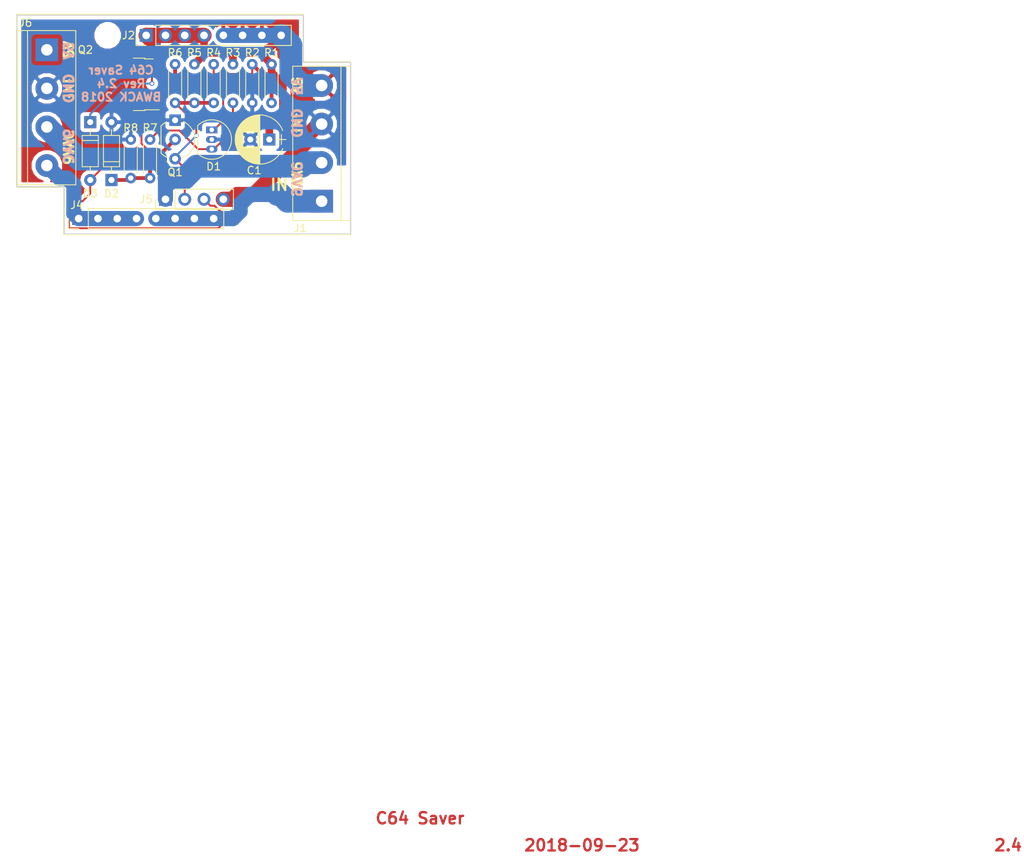
<source format=kicad_pcb>
(kicad_pcb (version 4) (host pcbnew 4.0.7)

  (general
    (links 51)
    (no_connects 0)
    (area 140.386999 83.617999 184.479001 112.597001)
    (thickness 1.6)
    (drawings 25)
    (tracks 132)
    (zones 0)
    (modules 22)
    (nets 13)
  )

  (page A4)
  (layers
    (0 F.Cu signal)
    (31 B.Cu signal)
    (32 B.Adhes user)
    (33 F.Adhes user)
    (34 B.Paste user)
    (35 F.Paste user)
    (36 B.SilkS user)
    (37 F.SilkS user)
    (38 B.Mask user)
    (39 F.Mask user)
    (40 Dwgs.User user)
    (41 Cmts.User user)
    (42 Eco1.User user)
    (43 Eco2.User user)
    (44 Edge.Cuts user)
    (45 Margin user)
    (46 B.CrtYd user)
    (47 F.CrtYd user)
    (48 B.Fab user hide)
    (49 F.Fab user hide)
  )

  (setup
    (last_trace_width 0.25)
    (user_trace_width 0.5)
    (user_trace_width 1)
    (user_trace_width 2)
    (user_trace_width 3)
    (trace_clearance 0.3)
    (zone_clearance 0.508)
    (zone_45_only no)
    (trace_min 0.2)
    (segment_width 0.2)
    (edge_width 0.15)
    (via_size 0.6)
    (via_drill 0.4)
    (via_min_size 0.4)
    (via_min_drill 0.3)
    (user_via 0.4 0.3)
    (user_via 1 0.8)
    (user_via 2 0.8)
    (user_via 3 0.8)
    (uvia_size 0.3)
    (uvia_drill 0.1)
    (uvias_allowed no)
    (uvia_min_size 0.2)
    (uvia_min_drill 0.1)
    (pcb_text_width 0.3)
    (pcb_text_size 1.5 1.5)
    (mod_edge_width 0.15)
    (mod_text_size 1 1)
    (mod_text_width 0.15)
    (pad_size 1.524 1.524)
    (pad_drill 0.762)
    (pad_to_mask_clearance 0.2)
    (aux_axis_origin 0 0)
    (visible_elements 7FFFEFFF)
    (pcbplotparams
      (layerselection 0x010f0_80000001)
      (usegerberextensions true)
      (excludeedgelayer false)
      (linewidth 0.100000)
      (plotframeref false)
      (viasonmask false)
      (mode 1)
      (useauxorigin false)
      (hpglpennumber 1)
      (hpglpenspeed 20)
      (hpglpendiameter 15)
      (hpglpenoverlay 2)
      (psnegative false)
      (psa4output false)
      (plotreference true)
      (plotvalue true)
      (plotinvisibletext false)
      (padsonsilk false)
      (subtractmaskfromsilk false)
      (outputformat 1)
      (mirror false)
      (drillshape 0)
      (scaleselection 1)
      (outputdirectory gerber))
  )

  (net 0 "")
  (net 1 /VCC1-)
  (net 2 GND)
  (net 3 PGATE)
  (net 4 /VCC1+)
  (net 5 OVERVOLTAGE)
  (net 6 /5V_SAFE)
  (net 7 /NGATE)
  (net 8 /SENSE)
  (net 9 /9VAC1)
  (net 10 /9VAC2)
  (net 11 /9VAC1')
  (net 12 "Net-(D1-Pad3)")

  (net_class Default "This is the default net class."
    (clearance 0.3)
    (trace_width 0.25)
    (via_dia 0.6)
    (via_drill 0.4)
    (uvia_dia 0.3)
    (uvia_drill 0.1)
    (add_net /5V_SAFE)
    (add_net /9VAC1)
    (add_net /9VAC1')
    (add_net /9VAC2)
    (add_net /NGATE)
    (add_net /SENSE)
    (add_net /VCC1-)
    (add_net GND)
    (add_net "Net-(D1-Pad3)")
    (add_net OVERVOLTAGE)
    (add_net PGATE)
  )

  (net_class POWER ""
    (clearance 0.3)
    (trace_width 2)
    (via_dia 1.2)
    (via_drill 1)
    (uvia_dia 0.3)
    (uvia_drill 0.1)
    (add_net /VCC1+)
  )

  (module Capacitors_THT:CP_Radial_D6.3mm_P2.50mm (layer F.Cu) (tedit 597BC7C2) (tstamp 5B1EDC3E)
    (at 173.696 100.076 180)
    (descr "CP, Radial series, Radial, pin pitch=2.50mm, , diameter=6.3mm, Electrolytic Capacitor")
    (tags "CP Radial series Radial pin pitch 2.50mm  diameter 6.3mm Electrolytic Capacitor")
    (path /5AFB3C02)
    (fp_text reference C1 (at 1.992 -4.064 180) (layer F.SilkS)
      (effects (font (size 1 1) (thickness 0.15)))
    )
    (fp_text value 47uF (at 1.25 4.46 180) (layer F.Fab)
      (effects (font (size 1 1) (thickness 0.15)))
    )
    (fp_arc (start 1.25 0) (end -1.767482 -1.18) (angle 137.3) (layer F.SilkS) (width 0.12))
    (fp_arc (start 1.25 0) (end -1.767482 1.18) (angle -137.3) (layer F.SilkS) (width 0.12))
    (fp_arc (start 1.25 0) (end 4.267482 -1.18) (angle 42.7) (layer F.SilkS) (width 0.12))
    (fp_circle (center 1.25 0) (end 4.4 0) (layer F.Fab) (width 0.1))
    (fp_line (start -2.2 0) (end -1 0) (layer F.Fab) (width 0.1))
    (fp_line (start -1.6 -0.65) (end -1.6 0.65) (layer F.Fab) (width 0.1))
    (fp_line (start 1.25 -3.2) (end 1.25 3.2) (layer F.SilkS) (width 0.12))
    (fp_line (start 1.29 -3.2) (end 1.29 3.2) (layer F.SilkS) (width 0.12))
    (fp_line (start 1.33 -3.2) (end 1.33 3.2) (layer F.SilkS) (width 0.12))
    (fp_line (start 1.37 -3.198) (end 1.37 3.198) (layer F.SilkS) (width 0.12))
    (fp_line (start 1.41 -3.197) (end 1.41 3.197) (layer F.SilkS) (width 0.12))
    (fp_line (start 1.45 -3.194) (end 1.45 3.194) (layer F.SilkS) (width 0.12))
    (fp_line (start 1.49 -3.192) (end 1.49 3.192) (layer F.SilkS) (width 0.12))
    (fp_line (start 1.53 -3.188) (end 1.53 -0.98) (layer F.SilkS) (width 0.12))
    (fp_line (start 1.53 0.98) (end 1.53 3.188) (layer F.SilkS) (width 0.12))
    (fp_line (start 1.57 -3.185) (end 1.57 -0.98) (layer F.SilkS) (width 0.12))
    (fp_line (start 1.57 0.98) (end 1.57 3.185) (layer F.SilkS) (width 0.12))
    (fp_line (start 1.61 -3.18) (end 1.61 -0.98) (layer F.SilkS) (width 0.12))
    (fp_line (start 1.61 0.98) (end 1.61 3.18) (layer F.SilkS) (width 0.12))
    (fp_line (start 1.65 -3.176) (end 1.65 -0.98) (layer F.SilkS) (width 0.12))
    (fp_line (start 1.65 0.98) (end 1.65 3.176) (layer F.SilkS) (width 0.12))
    (fp_line (start 1.69 -3.17) (end 1.69 -0.98) (layer F.SilkS) (width 0.12))
    (fp_line (start 1.69 0.98) (end 1.69 3.17) (layer F.SilkS) (width 0.12))
    (fp_line (start 1.73 -3.165) (end 1.73 -0.98) (layer F.SilkS) (width 0.12))
    (fp_line (start 1.73 0.98) (end 1.73 3.165) (layer F.SilkS) (width 0.12))
    (fp_line (start 1.77 -3.158) (end 1.77 -0.98) (layer F.SilkS) (width 0.12))
    (fp_line (start 1.77 0.98) (end 1.77 3.158) (layer F.SilkS) (width 0.12))
    (fp_line (start 1.81 -3.152) (end 1.81 -0.98) (layer F.SilkS) (width 0.12))
    (fp_line (start 1.81 0.98) (end 1.81 3.152) (layer F.SilkS) (width 0.12))
    (fp_line (start 1.85 -3.144) (end 1.85 -0.98) (layer F.SilkS) (width 0.12))
    (fp_line (start 1.85 0.98) (end 1.85 3.144) (layer F.SilkS) (width 0.12))
    (fp_line (start 1.89 -3.137) (end 1.89 -0.98) (layer F.SilkS) (width 0.12))
    (fp_line (start 1.89 0.98) (end 1.89 3.137) (layer F.SilkS) (width 0.12))
    (fp_line (start 1.93 -3.128) (end 1.93 -0.98) (layer F.SilkS) (width 0.12))
    (fp_line (start 1.93 0.98) (end 1.93 3.128) (layer F.SilkS) (width 0.12))
    (fp_line (start 1.971 -3.119) (end 1.971 -0.98) (layer F.SilkS) (width 0.12))
    (fp_line (start 1.971 0.98) (end 1.971 3.119) (layer F.SilkS) (width 0.12))
    (fp_line (start 2.011 -3.11) (end 2.011 -0.98) (layer F.SilkS) (width 0.12))
    (fp_line (start 2.011 0.98) (end 2.011 3.11) (layer F.SilkS) (width 0.12))
    (fp_line (start 2.051 -3.1) (end 2.051 -0.98) (layer F.SilkS) (width 0.12))
    (fp_line (start 2.051 0.98) (end 2.051 3.1) (layer F.SilkS) (width 0.12))
    (fp_line (start 2.091 -3.09) (end 2.091 -0.98) (layer F.SilkS) (width 0.12))
    (fp_line (start 2.091 0.98) (end 2.091 3.09) (layer F.SilkS) (width 0.12))
    (fp_line (start 2.131 -3.079) (end 2.131 -0.98) (layer F.SilkS) (width 0.12))
    (fp_line (start 2.131 0.98) (end 2.131 3.079) (layer F.SilkS) (width 0.12))
    (fp_line (start 2.171 -3.067) (end 2.171 -0.98) (layer F.SilkS) (width 0.12))
    (fp_line (start 2.171 0.98) (end 2.171 3.067) (layer F.SilkS) (width 0.12))
    (fp_line (start 2.211 -3.055) (end 2.211 -0.98) (layer F.SilkS) (width 0.12))
    (fp_line (start 2.211 0.98) (end 2.211 3.055) (layer F.SilkS) (width 0.12))
    (fp_line (start 2.251 -3.042) (end 2.251 -0.98) (layer F.SilkS) (width 0.12))
    (fp_line (start 2.251 0.98) (end 2.251 3.042) (layer F.SilkS) (width 0.12))
    (fp_line (start 2.291 -3.029) (end 2.291 -0.98) (layer F.SilkS) (width 0.12))
    (fp_line (start 2.291 0.98) (end 2.291 3.029) (layer F.SilkS) (width 0.12))
    (fp_line (start 2.331 -3.015) (end 2.331 -0.98) (layer F.SilkS) (width 0.12))
    (fp_line (start 2.331 0.98) (end 2.331 3.015) (layer F.SilkS) (width 0.12))
    (fp_line (start 2.371 -3.001) (end 2.371 -0.98) (layer F.SilkS) (width 0.12))
    (fp_line (start 2.371 0.98) (end 2.371 3.001) (layer F.SilkS) (width 0.12))
    (fp_line (start 2.411 -2.986) (end 2.411 -0.98) (layer F.SilkS) (width 0.12))
    (fp_line (start 2.411 0.98) (end 2.411 2.986) (layer F.SilkS) (width 0.12))
    (fp_line (start 2.451 -2.97) (end 2.451 -0.98) (layer F.SilkS) (width 0.12))
    (fp_line (start 2.451 0.98) (end 2.451 2.97) (layer F.SilkS) (width 0.12))
    (fp_line (start 2.491 -2.954) (end 2.491 -0.98) (layer F.SilkS) (width 0.12))
    (fp_line (start 2.491 0.98) (end 2.491 2.954) (layer F.SilkS) (width 0.12))
    (fp_line (start 2.531 -2.937) (end 2.531 -0.98) (layer F.SilkS) (width 0.12))
    (fp_line (start 2.531 0.98) (end 2.531 2.937) (layer F.SilkS) (width 0.12))
    (fp_line (start 2.571 -2.919) (end 2.571 -0.98) (layer F.SilkS) (width 0.12))
    (fp_line (start 2.571 0.98) (end 2.571 2.919) (layer F.SilkS) (width 0.12))
    (fp_line (start 2.611 -2.901) (end 2.611 -0.98) (layer F.SilkS) (width 0.12))
    (fp_line (start 2.611 0.98) (end 2.611 2.901) (layer F.SilkS) (width 0.12))
    (fp_line (start 2.651 -2.882) (end 2.651 -0.98) (layer F.SilkS) (width 0.12))
    (fp_line (start 2.651 0.98) (end 2.651 2.882) (layer F.SilkS) (width 0.12))
    (fp_line (start 2.691 -2.863) (end 2.691 -0.98) (layer F.SilkS) (width 0.12))
    (fp_line (start 2.691 0.98) (end 2.691 2.863) (layer F.SilkS) (width 0.12))
    (fp_line (start 2.731 -2.843) (end 2.731 -0.98) (layer F.SilkS) (width 0.12))
    (fp_line (start 2.731 0.98) (end 2.731 2.843) (layer F.SilkS) (width 0.12))
    (fp_line (start 2.771 -2.822) (end 2.771 -0.98) (layer F.SilkS) (width 0.12))
    (fp_line (start 2.771 0.98) (end 2.771 2.822) (layer F.SilkS) (width 0.12))
    (fp_line (start 2.811 -2.8) (end 2.811 -0.98) (layer F.SilkS) (width 0.12))
    (fp_line (start 2.811 0.98) (end 2.811 2.8) (layer F.SilkS) (width 0.12))
    (fp_line (start 2.851 -2.778) (end 2.851 -0.98) (layer F.SilkS) (width 0.12))
    (fp_line (start 2.851 0.98) (end 2.851 2.778) (layer F.SilkS) (width 0.12))
    (fp_line (start 2.891 -2.755) (end 2.891 -0.98) (layer F.SilkS) (width 0.12))
    (fp_line (start 2.891 0.98) (end 2.891 2.755) (layer F.SilkS) (width 0.12))
    (fp_line (start 2.931 -2.731) (end 2.931 -0.98) (layer F.SilkS) (width 0.12))
    (fp_line (start 2.931 0.98) (end 2.931 2.731) (layer F.SilkS) (width 0.12))
    (fp_line (start 2.971 -2.706) (end 2.971 -0.98) (layer F.SilkS) (width 0.12))
    (fp_line (start 2.971 0.98) (end 2.971 2.706) (layer F.SilkS) (width 0.12))
    (fp_line (start 3.011 -2.681) (end 3.011 -0.98) (layer F.SilkS) (width 0.12))
    (fp_line (start 3.011 0.98) (end 3.011 2.681) (layer F.SilkS) (width 0.12))
    (fp_line (start 3.051 -2.654) (end 3.051 -0.98) (layer F.SilkS) (width 0.12))
    (fp_line (start 3.051 0.98) (end 3.051 2.654) (layer F.SilkS) (width 0.12))
    (fp_line (start 3.091 -2.627) (end 3.091 -0.98) (layer F.SilkS) (width 0.12))
    (fp_line (start 3.091 0.98) (end 3.091 2.627) (layer F.SilkS) (width 0.12))
    (fp_line (start 3.131 -2.599) (end 3.131 -0.98) (layer F.SilkS) (width 0.12))
    (fp_line (start 3.131 0.98) (end 3.131 2.599) (layer F.SilkS) (width 0.12))
    (fp_line (start 3.171 -2.57) (end 3.171 -0.98) (layer F.SilkS) (width 0.12))
    (fp_line (start 3.171 0.98) (end 3.171 2.57) (layer F.SilkS) (width 0.12))
    (fp_line (start 3.211 -2.54) (end 3.211 -0.98) (layer F.SilkS) (width 0.12))
    (fp_line (start 3.211 0.98) (end 3.211 2.54) (layer F.SilkS) (width 0.12))
    (fp_line (start 3.251 -2.51) (end 3.251 -0.98) (layer F.SilkS) (width 0.12))
    (fp_line (start 3.251 0.98) (end 3.251 2.51) (layer F.SilkS) (width 0.12))
    (fp_line (start 3.291 -2.478) (end 3.291 -0.98) (layer F.SilkS) (width 0.12))
    (fp_line (start 3.291 0.98) (end 3.291 2.478) (layer F.SilkS) (width 0.12))
    (fp_line (start 3.331 -2.445) (end 3.331 -0.98) (layer F.SilkS) (width 0.12))
    (fp_line (start 3.331 0.98) (end 3.331 2.445) (layer F.SilkS) (width 0.12))
    (fp_line (start 3.371 -2.411) (end 3.371 -0.98) (layer F.SilkS) (width 0.12))
    (fp_line (start 3.371 0.98) (end 3.371 2.411) (layer F.SilkS) (width 0.12))
    (fp_line (start 3.411 -2.375) (end 3.411 -0.98) (layer F.SilkS) (width 0.12))
    (fp_line (start 3.411 0.98) (end 3.411 2.375) (layer F.SilkS) (width 0.12))
    (fp_line (start 3.451 -2.339) (end 3.451 -0.98) (layer F.SilkS) (width 0.12))
    (fp_line (start 3.451 0.98) (end 3.451 2.339) (layer F.SilkS) (width 0.12))
    (fp_line (start 3.491 -2.301) (end 3.491 2.301) (layer F.SilkS) (width 0.12))
    (fp_line (start 3.531 -2.262) (end 3.531 2.262) (layer F.SilkS) (width 0.12))
    (fp_line (start 3.571 -2.222) (end 3.571 2.222) (layer F.SilkS) (width 0.12))
    (fp_line (start 3.611 -2.18) (end 3.611 2.18) (layer F.SilkS) (width 0.12))
    (fp_line (start 3.651 -2.137) (end 3.651 2.137) (layer F.SilkS) (width 0.12))
    (fp_line (start 3.691 -2.092) (end 3.691 2.092) (layer F.SilkS) (width 0.12))
    (fp_line (start 3.731 -2.045) (end 3.731 2.045) (layer F.SilkS) (width 0.12))
    (fp_line (start 3.771 -1.997) (end 3.771 1.997) (layer F.SilkS) (width 0.12))
    (fp_line (start 3.811 -1.946) (end 3.811 1.946) (layer F.SilkS) (width 0.12))
    (fp_line (start 3.851 -1.894) (end 3.851 1.894) (layer F.SilkS) (width 0.12))
    (fp_line (start 3.891 -1.839) (end 3.891 1.839) (layer F.SilkS) (width 0.12))
    (fp_line (start 3.931 -1.781) (end 3.931 1.781) (layer F.SilkS) (width 0.12))
    (fp_line (start 3.971 -1.721) (end 3.971 1.721) (layer F.SilkS) (width 0.12))
    (fp_line (start 4.011 -1.658) (end 4.011 1.658) (layer F.SilkS) (width 0.12))
    (fp_line (start 4.051 -1.591) (end 4.051 1.591) (layer F.SilkS) (width 0.12))
    (fp_line (start 4.091 -1.52) (end 4.091 1.52) (layer F.SilkS) (width 0.12))
    (fp_line (start 4.131 -1.445) (end 4.131 1.445) (layer F.SilkS) (width 0.12))
    (fp_line (start 4.171 -1.364) (end 4.171 1.364) (layer F.SilkS) (width 0.12))
    (fp_line (start 4.211 -1.278) (end 4.211 1.278) (layer F.SilkS) (width 0.12))
    (fp_line (start 4.251 -1.184) (end 4.251 1.184) (layer F.SilkS) (width 0.12))
    (fp_line (start 4.291 -1.081) (end 4.291 1.081) (layer F.SilkS) (width 0.12))
    (fp_line (start 4.331 -0.966) (end 4.331 0.966) (layer F.SilkS) (width 0.12))
    (fp_line (start 4.371 -0.834) (end 4.371 0.834) (layer F.SilkS) (width 0.12))
    (fp_line (start 4.411 -0.676) (end 4.411 0.676) (layer F.SilkS) (width 0.12))
    (fp_line (start 4.451 -0.468) (end 4.451 0.468) (layer F.SilkS) (width 0.12))
    (fp_line (start -2.2 0) (end -1 0) (layer F.SilkS) (width 0.12))
    (fp_line (start -1.6 -0.65) (end -1.6 0.65) (layer F.SilkS) (width 0.12))
    (fp_line (start -2.25 -3.5) (end -2.25 3.5) (layer F.CrtYd) (width 0.05))
    (fp_line (start -2.25 3.5) (end 4.75 3.5) (layer F.CrtYd) (width 0.05))
    (fp_line (start 4.75 3.5) (end 4.75 -3.5) (layer F.CrtYd) (width 0.05))
    (fp_line (start 4.75 -3.5) (end -2.25 -3.5) (layer F.CrtYd) (width 0.05))
    (fp_text user %R (at 1.25 0 180) (layer F.Fab)
      (effects (font (size 1 1) (thickness 0.15)))
    )
    (pad 1 thru_hole rect (at 0 0 180) (size 1.6 1.6) (drill 0.8) (layers *.Cu *.Mask)
      (net 1 /VCC1-))
    (pad 2 thru_hole circle (at 2.5 0 180) (size 1.6 1.6) (drill 0.8) (layers *.Cu *.Mask)
      (net 2 GND))
    (model ${KISYS3DMOD}/Capacitors_THT.3dshapes/CP_Radial_D6.3mm_P2.50mm.wrl
      (at (xyz 0 0 0))
      (scale (xyz 1 1 1))
      (rotate (xyz 0 0 0))
    )
  )

  (module Connectors_Terminal_Blocks:TerminalBlock_bornier-4_P5.08mm (layer F.Cu) (tedit 59FF03D1) (tstamp 5B1D8B3F)
    (at 144.399 88.265 270)
    (descr "simple 4-pin terminal block, pitch 5.08mm, revamped version of bornier4")
    (tags "terminal block bornier4")
    (path /5B1D42F2)
    (fp_text reference J6 (at -3.556 2.794 360) (layer F.SilkS)
      (effects (font (size 1 1) (thickness 0.15)))
    )
    (fp_text value Conn_01x04 (at 7.6 4.75 270) (layer F.Fab)
      (effects (font (size 1 1) (thickness 0.15)))
    )
    (fp_text user %R (at 7.62 0 270) (layer F.Fab)
      (effects (font (size 1 1) (thickness 0.15)))
    )
    (fp_line (start -2.48 2.55) (end 17.72 2.55) (layer F.Fab) (width 0.1))
    (fp_line (start -2.43 3.75) (end -2.48 3.75) (layer F.Fab) (width 0.1))
    (fp_line (start -2.48 3.75) (end -2.48 -3.75) (layer F.Fab) (width 0.1))
    (fp_line (start -2.48 -3.75) (end 17.72 -3.75) (layer F.Fab) (width 0.1))
    (fp_line (start 17.72 -3.75) (end 17.72 3.75) (layer F.Fab) (width 0.1))
    (fp_line (start 17.72 3.75) (end -2.43 3.75) (layer F.Fab) (width 0.1))
    (fp_line (start -2.54 -3.81) (end -2.54 3.81) (layer F.SilkS) (width 0.12))
    (fp_line (start 17.78 3.81) (end 17.78 -3.81) (layer F.SilkS) (width 0.12))
    (fp_line (start 17.78 2.54) (end -2.54 2.54) (layer F.SilkS) (width 0.12))
    (fp_line (start -2.54 -3.81) (end 17.78 -3.81) (layer F.SilkS) (width 0.12))
    (fp_line (start -2.54 3.81) (end 17.78 3.81) (layer F.SilkS) (width 0.12))
    (fp_line (start -2.73 -4) (end 17.97 -4) (layer F.CrtYd) (width 0.05))
    (fp_line (start -2.73 -4) (end -2.73 4) (layer F.CrtYd) (width 0.05))
    (fp_line (start 17.97 4) (end 17.97 -4) (layer F.CrtYd) (width 0.05))
    (fp_line (start 17.97 4) (end -2.73 4) (layer F.CrtYd) (width 0.05))
    (pad 2 thru_hole circle (at 5.08 0 270) (size 3 3) (drill 1.52) (layers *.Cu *.Mask)
      (net 2 GND))
    (pad 3 thru_hole circle (at 10.16 0 270) (size 3 3) (drill 1.52) (layers *.Cu *.Mask)
      (net 10 /9VAC2))
    (pad 1 thru_hole rect (at 0 0 270) (size 3 3) (drill 1.52) (layers *.Cu *.Mask)
      (net 6 /5V_SAFE))
    (pad 4 thru_hole circle (at 15.24 0 270) (size 3 3) (drill 1.52) (layers *.Cu *.Mask)
      (net 11 /9VAC1'))
    (model ${KISYS3DMOD}/Terminal_Blocks.3dshapes/TerminalBlock_bornier-4_P5.08mm.wrl
      (at (xyz 0.3 0 0))
      (scale (xyz 1 1 1))
      (rotate (xyz 0 0 0))
    )
  )

  (module Diodes_THT:D_DO-35_SOD27_P7.62mm_Horizontal (layer F.Cu) (tedit 5921392F) (tstamp 5B1D8D89)
    (at 152.908 105.41 90)
    (descr "D, DO-35_SOD27 series, Axial, Horizontal, pin pitch=7.62mm, , length*diameter=4*2mm^2, , http://www.diodes.com/_files/packages/DO-35.pdf")
    (tags "D DO-35_SOD27 series Axial Horizontal pin pitch 7.62mm  length 4mm diameter 2mm")
    (path /5B1D3C9A)
    (fp_text reference D2 (at -1.778 0 360) (layer F.SilkS)
      (effects (font (size 1 1) (thickness 0.15)))
    )
    (fp_text value 6V8 (at 3.81 0 90) (layer F.Fab)
      (effects (font (size 1 1) (thickness 0.15)))
    )
    (fp_text user %R (at 3.81 0 90) (layer F.Fab)
      (effects (font (size 1 1) (thickness 0.15)))
    )
    (fp_line (start 1.81 -1) (end 1.81 1) (layer F.Fab) (width 0.1))
    (fp_line (start 1.81 1) (end 5.81 1) (layer F.Fab) (width 0.1))
    (fp_line (start 5.81 1) (end 5.81 -1) (layer F.Fab) (width 0.1))
    (fp_line (start 5.81 -1) (end 1.81 -1) (layer F.Fab) (width 0.1))
    (fp_line (start 0 0) (end 1.81 0) (layer F.Fab) (width 0.1))
    (fp_line (start 7.62 0) (end 5.81 0) (layer F.Fab) (width 0.1))
    (fp_line (start 2.41 -1) (end 2.41 1) (layer F.Fab) (width 0.1))
    (fp_line (start 1.75 -1.06) (end 1.75 1.06) (layer F.SilkS) (width 0.12))
    (fp_line (start 1.75 1.06) (end 5.87 1.06) (layer F.SilkS) (width 0.12))
    (fp_line (start 5.87 1.06) (end 5.87 -1.06) (layer F.SilkS) (width 0.12))
    (fp_line (start 5.87 -1.06) (end 1.75 -1.06) (layer F.SilkS) (width 0.12))
    (fp_line (start 0.98 0) (end 1.75 0) (layer F.SilkS) (width 0.12))
    (fp_line (start 6.64 0) (end 5.87 0) (layer F.SilkS) (width 0.12))
    (fp_line (start 2.41 -1.06) (end 2.41 1.06) (layer F.SilkS) (width 0.12))
    (fp_line (start -1.05 -1.35) (end -1.05 1.35) (layer F.CrtYd) (width 0.05))
    (fp_line (start -1.05 1.35) (end 8.7 1.35) (layer F.CrtYd) (width 0.05))
    (fp_line (start 8.7 1.35) (end 8.7 -1.35) (layer F.CrtYd) (width 0.05))
    (fp_line (start 8.7 -1.35) (end -1.05 -1.35) (layer F.CrtYd) (width 0.05))
    (pad 1 thru_hole rect (at 0 0 90) (size 1.6 1.6) (drill 0.8) (layers *.Cu *.Mask)
      (net 7 /NGATE))
    (pad 2 thru_hole oval (at 7.62 0 90) (size 1.6 1.6) (drill 0.8) (layers *.Cu *.Mask)
      (net 2 GND))
    (model ${KISYS3DMOD}/Diodes_THT.3dshapes/D_DO-35_SOD27_P7.62mm_Horizontal.wrl
      (at (xyz 0 0 0))
      (scale (xyz 0.393701 0.393701 0.393701))
      (rotate (xyz 0 0 0))
    )
  )

  (module Diodes_THT:D_DO-35_SOD27_P7.62mm_Horizontal (layer F.Cu) (tedit 5921392F) (tstamp 5B1D8D8E)
    (at 150.114 97.79 270)
    (descr "D, DO-35_SOD27 series, Axial, Horizontal, pin pitch=7.62mm, , length*diameter=4*2mm^2, , http://www.diodes.com/_files/packages/DO-35.pdf")
    (tags "D DO-35_SOD27 series Axial Horizontal pin pitch 7.62mm  length 4mm diameter 2mm")
    (path /5B1D7545)
    (fp_text reference D3 (at 9.398 0 540) (layer F.SilkS)
      (effects (font (size 1 1) (thickness 0.15)))
    )
    (fp_text value 6V8 (at 3.81 0 270) (layer F.Fab)
      (effects (font (size 1 1) (thickness 0.15)))
    )
    (fp_text user %R (at 3.81 0 270) (layer F.Fab)
      (effects (font (size 1 1) (thickness 0.15)))
    )
    (fp_line (start 1.81 -1) (end 1.81 1) (layer F.Fab) (width 0.1))
    (fp_line (start 1.81 1) (end 5.81 1) (layer F.Fab) (width 0.1))
    (fp_line (start 5.81 1) (end 5.81 -1) (layer F.Fab) (width 0.1))
    (fp_line (start 5.81 -1) (end 1.81 -1) (layer F.Fab) (width 0.1))
    (fp_line (start 0 0) (end 1.81 0) (layer F.Fab) (width 0.1))
    (fp_line (start 7.62 0) (end 5.81 0) (layer F.Fab) (width 0.1))
    (fp_line (start 2.41 -1) (end 2.41 1) (layer F.Fab) (width 0.1))
    (fp_line (start 1.75 -1.06) (end 1.75 1.06) (layer F.SilkS) (width 0.12))
    (fp_line (start 1.75 1.06) (end 5.87 1.06) (layer F.SilkS) (width 0.12))
    (fp_line (start 5.87 1.06) (end 5.87 -1.06) (layer F.SilkS) (width 0.12))
    (fp_line (start 5.87 -1.06) (end 1.75 -1.06) (layer F.SilkS) (width 0.12))
    (fp_line (start 0.98 0) (end 1.75 0) (layer F.SilkS) (width 0.12))
    (fp_line (start 6.64 0) (end 5.87 0) (layer F.SilkS) (width 0.12))
    (fp_line (start 2.41 -1.06) (end 2.41 1.06) (layer F.SilkS) (width 0.12))
    (fp_line (start -1.05 -1.35) (end -1.05 1.35) (layer F.CrtYd) (width 0.05))
    (fp_line (start -1.05 1.35) (end 8.7 1.35) (layer F.CrtYd) (width 0.05))
    (fp_line (start 8.7 1.35) (end 8.7 -1.35) (layer F.CrtYd) (width 0.05))
    (fp_line (start 8.7 -1.35) (end -1.05 -1.35) (layer F.CrtYd) (width 0.05))
    (pad 1 thru_hole rect (at 0 0 270) (size 1.6 1.6) (drill 0.8) (layers *.Cu *.Mask)
      (net 1 /VCC1-))
    (pad 2 thru_hole oval (at 7.62 0 270) (size 1.6 1.6) (drill 0.8) (layers *.Cu *.Mask)
      (net 3 PGATE))
    (model ${KISYS3DMOD}/Diodes_THT.3dshapes/D_DO-35_SOD27_P7.62mm_Horizontal.wrl
      (at (xyz 0 0 0))
      (scale (xyz 0.393701 0.393701 0.393701))
      (rotate (xyz 0 0 0))
    )
  )

  (module Connectors_Terminal_Blocks:TerminalBlock_bornier-4_P5.08mm (layer F.Cu) (tedit 59FF03D1) (tstamp 5B1D8E7A)
    (at 180.594 108.204 90)
    (descr "simple 4-pin terminal block, pitch 5.08mm, revamped version of bornier4")
    (tags "terminal block bornier4")
    (path /5B1D4425)
    (fp_text reference J1 (at -3.556 -2.82194 180) (layer F.SilkS)
      (effects (font (size 1 1) (thickness 0.15)))
    )
    (fp_text value Conn_01x04 (at 7.6 4.75 90) (layer F.Fab)
      (effects (font (size 1 1) (thickness 0.15)))
    )
    (fp_text user %R (at 7.62 0 270) (layer F.Fab)
      (effects (font (size 1 1) (thickness 0.15)))
    )
    (fp_line (start -2.48 2.55) (end 17.72 2.55) (layer F.Fab) (width 0.1))
    (fp_line (start -2.43 3.75) (end -2.48 3.75) (layer F.Fab) (width 0.1))
    (fp_line (start -2.48 3.75) (end -2.48 -3.75) (layer F.Fab) (width 0.1))
    (fp_line (start -2.48 -3.75) (end 17.72 -3.75) (layer F.Fab) (width 0.1))
    (fp_line (start 17.72 -3.75) (end 17.72 3.75) (layer F.Fab) (width 0.1))
    (fp_line (start 17.72 3.75) (end -2.43 3.75) (layer F.Fab) (width 0.1))
    (fp_line (start -2.54 -3.81) (end -2.54 3.81) (layer F.SilkS) (width 0.12))
    (fp_line (start 17.78 3.81) (end 17.78 -3.81) (layer F.SilkS) (width 0.12))
    (fp_line (start 17.78 2.54) (end -2.54 2.54) (layer F.SilkS) (width 0.12))
    (fp_line (start -2.54 -3.81) (end 17.78 -3.81) (layer F.SilkS) (width 0.12))
    (fp_line (start -2.54 3.81) (end 17.78 3.81) (layer F.SilkS) (width 0.12))
    (fp_line (start -2.73 -4) (end 17.97 -4) (layer F.CrtYd) (width 0.05))
    (fp_line (start -2.73 -4) (end -2.73 4) (layer F.CrtYd) (width 0.05))
    (fp_line (start 17.97 4) (end 17.97 -4) (layer F.CrtYd) (width 0.05))
    (fp_line (start 17.97 4) (end -2.73 4) (layer F.CrtYd) (width 0.05))
    (pad 2 thru_hole circle (at 5.08 0 90) (size 3 3) (drill 1.52) (layers *.Cu *.Mask)
      (net 10 /9VAC2))
    (pad 3 thru_hole circle (at 10.16 0 90) (size 3 3) (drill 1.52) (layers *.Cu *.Mask)
      (net 2 GND))
    (pad 1 thru_hole rect (at 0 0 90) (size 3 3) (drill 1.52) (layers *.Cu *.Mask)
      (net 9 /9VAC1))
    (pad 4 thru_hole circle (at 15.24 0 90) (size 3 3) (drill 1.52) (layers *.Cu *.Mask)
      (net 4 /VCC1+))
    (model ${KISYS3DMOD}/Terminal_Blocks.3dshapes/TerminalBlock_bornier-4_P5.08mm.wrl
      (at (xyz 0.3 0 0))
      (scale (xyz 1 1 1))
      (rotate (xyz 0 0 0))
    )
  )

  (module TO_SOT_Packages_THT:TO-92_Inline_Narrow_Oval (layer F.Cu) (tedit 58CE52AF) (tstamp 5B1EDB10)
    (at 166.116 98.806 270)
    (descr "TO-92 leads in-line, narrow, oval pads, drill 0.6mm (see NXP sot054_po.pdf)")
    (tags "to-92 sc-43 sc-43a sot54 PA33 transistor")
    (path /5B1EDB2D)
    (fp_text reference D1 (at 4.826 -0.254 540) (layer F.SilkS)
      (effects (font (size 1 1) (thickness 0.15)))
    )
    (fp_text value TL431LP (at 1.27 2.79 270) (layer F.Fab)
      (effects (font (size 1 1) (thickness 0.15)))
    )
    (fp_text user %R (at 1.27 -3.56 270) (layer F.Fab)
      (effects (font (size 1 1) (thickness 0.15)))
    )
    (fp_line (start -0.53 1.85) (end 3.07 1.85) (layer F.SilkS) (width 0.12))
    (fp_line (start -0.5 1.75) (end 3 1.75) (layer F.Fab) (width 0.1))
    (fp_line (start -1.46 -2.73) (end 4 -2.73) (layer F.CrtYd) (width 0.05))
    (fp_line (start -1.46 -2.73) (end -1.46 2.01) (layer F.CrtYd) (width 0.05))
    (fp_line (start 4 2.01) (end 4 -2.73) (layer F.CrtYd) (width 0.05))
    (fp_line (start 4 2.01) (end -1.46 2.01) (layer F.CrtYd) (width 0.05))
    (fp_arc (start 1.27 0) (end 1.27 -2.48) (angle 135) (layer F.Fab) (width 0.1))
    (fp_arc (start 1.27 0) (end 1.27 -2.6) (angle -135) (layer F.SilkS) (width 0.12))
    (fp_arc (start 1.27 0) (end 1.27 -2.48) (angle -135) (layer F.Fab) (width 0.1))
    (fp_arc (start 1.27 0) (end 1.27 -2.6) (angle 135) (layer F.SilkS) (width 0.12))
    (pad 2 thru_hole oval (at 1.27 0 90) (size 0.9 1.5) (drill 0.6) (layers *.Cu *.Mask)
      (net 2 GND))
    (pad 3 thru_hole oval (at 2.54 0 90) (size 0.9 1.5) (drill 0.6) (layers *.Cu *.Mask)
      (net 12 "Net-(D1-Pad3)"))
    (pad 1 thru_hole rect (at 0 0 90) (size 0.9 1.5) (drill 0.6) (layers *.Cu *.Mask)
      (net 8 /SENSE))
    (model ${KISYS3DMOD}/TO_SOT_Packages_THT.3dshapes/TO-92_Inline_Narrow_Oval.wrl
      (at (xyz 0.05 0 0))
      (scale (xyz 1 1 1))
      (rotate (xyz 0 0 -90))
    )
  )

  (module TO_SOT_Packages_SMD:ATPAK-2 (layer F.Cu) (tedit 59044510) (tstamp 5B1EED44)
    (at 154.0476 92.8116 180)
    (descr "ATPAK SMD package, http://www.onsemi.com/pub/Collateral/ENA2192-D.PDF")
    (tags "ATPAK ")
    (path /5B217093)
    (attr smd)
    (fp_text reference Q2 (at 4.572 4.5466 360) (layer F.SilkS)
      (effects (font (size 1 1) (thickness 0.15)))
    )
    (fp_text value IRFR5305 (at 0 4.5 180) (layer F.Fab)
      (effects (font (size 1 1) (thickness 0.15)))
    )
    (fp_line (start 4.25 -3.25) (end 4.75 -3.25) (layer F.Fab) (width 0.1))
    (fp_line (start 4.75 -3.25) (end 4.75 3.25) (layer F.Fab) (width 0.1))
    (fp_line (start 4.75 3.25) (end 4.25 3.25) (layer F.Fab) (width 0.1))
    (fp_line (start 4.25 -3.25) (end 4.25 3.25) (layer F.Fab) (width 0.1))
    (fp_line (start 4.25 3.25) (end -3.05 3.25) (layer F.Fab) (width 0.1))
    (fp_line (start -3.05 3.25) (end -3.05 -2.25) (layer F.Fab) (width 0.1))
    (fp_line (start -3.05 -2.25) (end -2.05 -3.25) (layer F.Fab) (width 0.1))
    (fp_line (start -2.05 -3.25) (end 4.25 -3.25) (layer F.Fab) (width 0.1))
    (fp_line (start -2.7 -2.6) (end -4.75 -2.6) (layer F.Fab) (width 0.1))
    (fp_line (start -4.75 -2.6) (end -4.75 -2) (layer F.Fab) (width 0.1))
    (fp_line (start -4.75 -2) (end -3.05 -2) (layer F.Fab) (width 0.1))
    (fp_line (start -3.05 2) (end -4.75 2) (layer F.Fab) (width 0.1))
    (fp_line (start -4.75 2) (end -4.75 2.6) (layer F.Fab) (width 0.1))
    (fp_line (start -4.75 2.6) (end -3.05 2.6) (layer F.Fab) (width 0.1))
    (fp_line (start -1.75 -3.45) (end -3.25 -3.45) (layer F.SilkS) (width 0.12))
    (fp_line (start -3.25 -3.45) (end -3.25 -3.35) (layer F.SilkS) (width 0.12))
    (fp_line (start -3.25 -3.35) (end -5.15 -3.35) (layer F.SilkS) (width 0.12))
    (fp_line (start -1.75 3.45) (end -3.25 3.45) (layer F.SilkS) (width 0.12))
    (fp_line (start -3.25 3.45) (end -3.25 3.35) (layer F.SilkS) (width 0.12))
    (fp_line (start -3.25 3.35) (end -4.35 3.35) (layer F.SilkS) (width 0.12))
    (fp_line (start -5.4 -3.5) (end -5.4 3.5) (layer F.CrtYd) (width 0.05))
    (fp_line (start -5.4 3.5) (end 5.4 3.5) (layer F.CrtYd) (width 0.05))
    (fp_line (start 5.4 3.5) (end 5.4 -3.5) (layer F.CrtYd) (width 0.05))
    (fp_line (start 5.4 -3.5) (end -5.4 -3.5) (layer F.CrtYd) (width 0.05))
    (fp_text user %R (at 0 0 180) (layer F.Fab)
      (effects (font (size 1 1) (thickness 0.15)))
    )
    (pad 1 smd rect (at -4.35 -2.3 180) (size 1.6 1.5) (layers F.Cu F.Paste F.Mask)
      (net 3 PGATE))
    (pad 3 smd rect (at -4.35 2.3 180) (size 1.6 1.5) (layers F.Cu F.Paste F.Mask)
      (net 1 /VCC1-))
    (pad 2 smd rect (at 1.8 0 180) (size 6.7 6.5) (layers F.Cu F.Mask)
      (net 6 /5V_SAFE))
    (pad 2 smd rect (at 3.55 1.7 180) (size 3.2 3.1) (layers F.Cu F.Paste)
      (net 6 /5V_SAFE))
    (pad 2 smd rect (at 0.05 -1.7 180) (size 3.2 3.1) (layers F.Cu F.Paste)
      (net 6 /5V_SAFE))
    (pad 2 smd rect (at 3.55 -1.7 180) (size 3.2 3.1) (layers F.Cu F.Paste)
      (net 6 /5V_SAFE))
    (pad 2 smd rect (at 0.05 1.7 180) (size 3.2 3.1) (layers F.Cu F.Paste)
      (net 6 /5V_SAFE))
    (model ${KISYS3DMOD}/TO_SOT_Packages_SMD.3dshapes/ATPAK-2.wrl
      (at (xyz 0 0 0))
      (scale (xyz 1 1 1))
      (rotate (xyz 0 0 0))
    )
  )

  (module Pin_Headers:Pin_Header_Straight_1x08_Pitch2.54mm locked (layer F.Cu) (tedit 59650532) (tstamp 5B492320)
    (at 157.48 86.36 90)
    (descr "Through hole straight pin header, 1x08, 2.54mm pitch, single row")
    (tags "Through hole pin header THT 1x08 2.54mm single row")
    (path /5B493748)
    (fp_text reference J2 (at 0 -2.33 180) (layer F.SilkS)
      (effects (font (size 1 1) (thickness 0.15)))
    )
    (fp_text value Conn_01x08 (at 0 20.11 90) (layer F.Fab)
      (effects (font (size 1 1) (thickness 0.15)))
    )
    (fp_line (start -0.635 -1.27) (end 1.27 -1.27) (layer F.Fab) (width 0.1))
    (fp_line (start 1.27 -1.27) (end 1.27 19.05) (layer F.Fab) (width 0.1))
    (fp_line (start 1.27 19.05) (end -1.27 19.05) (layer F.Fab) (width 0.1))
    (fp_line (start -1.27 19.05) (end -1.27 -0.635) (layer F.Fab) (width 0.1))
    (fp_line (start -1.27 -0.635) (end -0.635 -1.27) (layer F.Fab) (width 0.1))
    (fp_line (start -1.33 19.11) (end 1.33 19.11) (layer F.SilkS) (width 0.12))
    (fp_line (start -1.33 1.27) (end -1.33 19.11) (layer F.SilkS) (width 0.12))
    (fp_line (start 1.33 1.27) (end 1.33 19.11) (layer F.SilkS) (width 0.12))
    (fp_line (start -1.33 1.27) (end 1.33 1.27) (layer F.SilkS) (width 0.12))
    (fp_line (start -1.33 0) (end -1.33 -1.33) (layer F.SilkS) (width 0.12))
    (fp_line (start -1.33 -1.33) (end 0 -1.33) (layer F.SilkS) (width 0.12))
    (fp_line (start -1.8 -1.8) (end -1.8 19.55) (layer F.CrtYd) (width 0.05))
    (fp_line (start -1.8 19.55) (end 1.8 19.55) (layer F.CrtYd) (width 0.05))
    (fp_line (start 1.8 19.55) (end 1.8 -1.8) (layer F.CrtYd) (width 0.05))
    (fp_line (start 1.8 -1.8) (end -1.8 -1.8) (layer F.CrtYd) (width 0.05))
    (fp_text user %R (at 0 8.89 180) (layer F.Fab)
      (effects (font (size 1 1) (thickness 0.15)))
    )
    (pad 1 thru_hole rect (at 0 0 90) (size 1.7 1.7) (drill 1) (layers *.Cu *.Mask)
      (net 1 /VCC1-))
    (pad 2 thru_hole oval (at 0 2.54 90) (size 1.7 1.7) (drill 1) (layers *.Cu *.Mask)
      (net 1 /VCC1-))
    (pad 3 thru_hole oval (at 0 5.08 90) (size 1.7 1.7) (drill 1) (layers *.Cu *.Mask)
      (net 1 /VCC1-))
    (pad 4 thru_hole oval (at 0 7.62 90) (size 1.7 1.7) (drill 1) (layers *.Cu *.Mask)
      (net 1 /VCC1-))
    (pad 5 thru_hole oval (at 0 10.16 90) (size 1.7 1.7) (drill 1) (layers *.Cu *.Mask)
      (net 4 /VCC1+))
    (pad 6 thru_hole oval (at 0 12.7 90) (size 1.7 1.7) (drill 1) (layers *.Cu *.Mask)
      (net 4 /VCC1+))
    (pad 7 thru_hole oval (at 0 15.24 90) (size 1.7 1.7) (drill 1) (layers *.Cu *.Mask)
      (net 4 /VCC1+))
    (pad 8 thru_hole oval (at 0 17.78 90) (size 1.7 1.7) (drill 1) (layers *.Cu *.Mask)
      (net 4 /VCC1+))
  )

  (module Pin_Headers:Pin_Header_Straight_1x08_Pitch2.54mm (layer F.Cu) (tedit 59650532) (tstamp 5B492363)
    (at 148.59 110.49 90)
    (descr "Through hole straight pin header, 1x08, 2.54mm pitch, single row")
    (tags "Through hole pin header THT 1x08 2.54mm single row")
    (path /5B4955D0)
    (fp_text reference J4 (at 1.778 -0.254 180) (layer F.SilkS)
      (effects (font (size 1 1) (thickness 0.15)))
    )
    (fp_text value Conn_01x08 (at 0 20.11 90) (layer F.Fab)
      (effects (font (size 1 1) (thickness 0.15)))
    )
    (fp_line (start -0.635 -1.27) (end 1.27 -1.27) (layer F.Fab) (width 0.1))
    (fp_line (start 1.27 -1.27) (end 1.27 19.05) (layer F.Fab) (width 0.1))
    (fp_line (start 1.27 19.05) (end -1.27 19.05) (layer F.Fab) (width 0.1))
    (fp_line (start -1.27 19.05) (end -1.27 -0.635) (layer F.Fab) (width 0.1))
    (fp_line (start -1.27 -0.635) (end -0.635 -1.27) (layer F.Fab) (width 0.1))
    (fp_line (start -1.33 19.11) (end 1.33 19.11) (layer F.SilkS) (width 0.12))
    (fp_line (start -1.33 1.27) (end -1.33 19.11) (layer F.SilkS) (width 0.12))
    (fp_line (start 1.33 1.27) (end 1.33 19.11) (layer F.SilkS) (width 0.12))
    (fp_line (start -1.33 1.27) (end 1.33 1.27) (layer F.SilkS) (width 0.12))
    (fp_line (start -1.33 0) (end -1.33 -1.33) (layer F.SilkS) (width 0.12))
    (fp_line (start -1.33 -1.33) (end 0 -1.33) (layer F.SilkS) (width 0.12))
    (fp_line (start -1.8 -1.8) (end -1.8 19.55) (layer F.CrtYd) (width 0.05))
    (fp_line (start -1.8 19.55) (end 1.8 19.55) (layer F.CrtYd) (width 0.05))
    (fp_line (start 1.8 19.55) (end 1.8 -1.8) (layer F.CrtYd) (width 0.05))
    (fp_line (start 1.8 -1.8) (end -1.8 -1.8) (layer F.CrtYd) (width 0.05))
    (fp_text user %R (at 0 8.89 180) (layer F.Fab)
      (effects (font (size 1 1) (thickness 0.15)))
    )
    (pad 1 thru_hole rect (at 0 0 90) (size 1.7 1.7) (drill 1) (layers *.Cu *.Mask)
      (net 11 /9VAC1'))
    (pad 2 thru_hole oval (at 0 2.54 90) (size 1.7 1.7) (drill 1) (layers *.Cu *.Mask)
      (net 11 /9VAC1'))
    (pad 3 thru_hole oval (at 0 5.08 90) (size 1.7 1.7) (drill 1) (layers *.Cu *.Mask)
      (net 11 /9VAC1'))
    (pad 4 thru_hole oval (at 0 7.62 90) (size 1.7 1.7) (drill 1) (layers *.Cu *.Mask)
      (net 11 /9VAC1'))
    (pad 5 thru_hole oval (at 0 10.16 90) (size 1.7 1.7) (drill 1) (layers *.Cu *.Mask)
      (net 9 /9VAC1))
    (pad 6 thru_hole oval (at 0 12.7 90) (size 1.7 1.7) (drill 1) (layers *.Cu *.Mask)
      (net 9 /9VAC1))
    (pad 7 thru_hole oval (at 0 15.24 90) (size 1.7 1.7) (drill 1) (layers *.Cu *.Mask)
      (net 9 /9VAC1))
    (pad 8 thru_hole oval (at 0 17.78 90) (size 1.7 1.7) (drill 1) (layers *.Cu *.Mask)
      (net 9 /9VAC1))
  )

  (module Pin_Headers:Pin_Header_Straight_1x04_Pitch2.54mm (layer F.Cu) (tedit 59650532) (tstamp 5B49237B)
    (at 160.02 107.95 90)
    (descr "Through hole straight pin header, 1x04, 2.54mm pitch, single row")
    (tags "Through hole pin header THT 1x04 2.54mm single row")
    (path /5B495741)
    (fp_text reference J5 (at 0 -2.54 180) (layer F.SilkS)
      (effects (font (size 1 1) (thickness 0.15)))
    )
    (fp_text value Conn_01x04 (at 0 9.95 90) (layer F.Fab)
      (effects (font (size 1 1) (thickness 0.15)))
    )
    (fp_line (start -0.635 -1.27) (end 1.27 -1.27) (layer F.Fab) (width 0.1))
    (fp_line (start 1.27 -1.27) (end 1.27 8.89) (layer F.Fab) (width 0.1))
    (fp_line (start 1.27 8.89) (end -1.27 8.89) (layer F.Fab) (width 0.1))
    (fp_line (start -1.27 8.89) (end -1.27 -0.635) (layer F.Fab) (width 0.1))
    (fp_line (start -1.27 -0.635) (end -0.635 -1.27) (layer F.Fab) (width 0.1))
    (fp_line (start -1.33 8.95) (end 1.33 8.95) (layer F.SilkS) (width 0.12))
    (fp_line (start -1.33 1.27) (end -1.33 8.95) (layer F.SilkS) (width 0.12))
    (fp_line (start 1.33 1.27) (end 1.33 8.95) (layer F.SilkS) (width 0.12))
    (fp_line (start -1.33 1.27) (end 1.33 1.27) (layer F.SilkS) (width 0.12))
    (fp_line (start -1.33 0) (end -1.33 -1.33) (layer F.SilkS) (width 0.12))
    (fp_line (start -1.33 -1.33) (end 0 -1.33) (layer F.SilkS) (width 0.12))
    (fp_line (start -1.8 -1.8) (end -1.8 9.4) (layer F.CrtYd) (width 0.05))
    (fp_line (start -1.8 9.4) (end 1.8 9.4) (layer F.CrtYd) (width 0.05))
    (fp_line (start 1.8 9.4) (end 1.8 -1.8) (layer F.CrtYd) (width 0.05))
    (fp_line (start 1.8 -1.8) (end -1.8 -1.8) (layer F.CrtYd) (width 0.05))
    (fp_text user %R (at 0 3.81 180) (layer F.Fab)
      (effects (font (size 1 1) (thickness 0.15)))
    )
    (pad 1 thru_hole rect (at 0 0 90) (size 1.7 1.7) (drill 1) (layers *.Cu *.Mask)
      (net 10 /9VAC2))
    (pad 2 thru_hole oval (at 0 2.54 90) (size 1.7 1.7) (drill 1) (layers *.Cu *.Mask)
      (net 5 OVERVOLTAGE))
    (pad 3 thru_hole oval (at 0 5.08 90) (size 1.7 1.7) (drill 1) (layers *.Cu *.Mask)
      (net 3 PGATE))
    (pad 4 thru_hole oval (at 0 7.62 90) (size 1.7 1.7) (drill 1) (layers *.Cu *.Mask)
      (net 2 GND))
  )

  (module HAMMOND:HAMMOND_1551G (layer F.Cu) (tedit 5B41FA40) (tstamp 5B4923BB)
    (at 152.4 86.36)
    (fp_text reference REF** (at 2.54 -3.81) (layer Eco1.User)
      (effects (font (size 1 1) (thickness 0.15)))
    )
    (fp_text value HAMMOND_1551G (at -7.62 -3.81) (layer Eco1.User)
      (effects (font (size 1 1) (thickness 0.15)))
    )
    (fp_line (start 25.781 3.4925) (end 32.004 3.4925) (layer F.SilkS) (width 0.15))
    (fp_line (start 25.781 -2.7305) (end 25.781 3.4925) (layer F.SilkS) (width 0.15))
    (fp_line (start -5.7785 20.0025) (end -5.7785 26.2255) (layer F.SilkS) (width 0.15))
    (fp_line (start -11.938 20.0025) (end -5.7785 20.0025) (layer F.SilkS) (width 0.15))
    (fp_line (start -12 -2.75) (end -12 20) (layer F.SilkS) (width 0.15))
    (fp_line (start -12 -2.75) (end 25.75 -2.75) (layer F.SilkS) (width 0.15))
    (fp_circle (center 0 0) (end 1.25 0) (layer Eco1.User) (width 0.15))
    (fp_circle (center 20 23.5) (end 21.25 23.5) (layer Eco1.User) (width 0.15))
    (fp_line (start -5.75 26.25) (end 32 26.25) (layer F.SilkS) (width 0.15))
    (fp_line (start 32 3.5) (end 32 26.25) (layer F.SilkS) (width 0.15))
  )

  (module Mounting_Holes:MountingHole_2.5mm (layer F.Cu) (tedit 5B492617) (tstamp 5B49267F)
    (at 152.40508 86.35746)
    (descr "Mounting Hole 2.5mm, no annular")
    (tags "mounting hole 2.5mm no annular")
    (path /5B1F2FB5)
    (attr virtual)
    (fp_text reference MK1 (at -4.95808 -1.64846) (layer F.SilkS) hide
      (effects (font (size 1 1) (thickness 0.15)))
    )
    (fp_text value Mounting_Hole (at 0 3.5) (layer F.Fab)
      (effects (font (size 1 1) (thickness 0.15)))
    )
    (fp_text user %R (at 0.3 0) (layer F.Fab)
      (effects (font (size 1 1) (thickness 0.15)))
    )
    (fp_circle (center 0 0) (end 2.5 0) (layer Cmts.User) (width 0.15))
    (fp_circle (center 0 0) (end 2.75 0) (layer F.CrtYd) (width 0.05))
    (pad 1 np_thru_hole circle (at 0 0) (size 2.5 2.5) (drill 2.5) (layers *.Cu *.Mask))
  )

  (module Mounting_Holes:MountingHole_2.5mm (layer F.Cu) (tedit 5B49261E) (tstamp 5B492687)
    (at 172.39996 109.86262)
    (descr "Mounting Hole 2.5mm, no annular")
    (tags "mounting hole 2.5mm no annular")
    (path /5B1F307E)
    (attr virtual)
    (fp_text reference MK2 (at -0.09398 -3.50774) (layer F.SilkS) hide
      (effects (font (size 1 1) (thickness 0.15)))
    )
    (fp_text value Mounting_Hole (at 0 3.5) (layer F.Fab)
      (effects (font (size 1 1) (thickness 0.15)))
    )
    (fp_text user %R (at 0.3 0) (layer F.Fab)
      (effects (font (size 1 1) (thickness 0.15)))
    )
    (fp_circle (center 0 0) (end 2.5 0) (layer Cmts.User) (width 0.15))
    (fp_circle (center 0 0) (end 2.75 0) (layer F.CrtYd) (width 0.05))
    (pad 1 np_thru_hole circle (at 0 0) (size 2.5 2.5) (drill 2.5) (layers *.Cu *.Mask))
  )

  (module Resistors_THT:R_Axial_DIN0204_L3.6mm_D1.6mm_P5.08mm_Horizontal (layer F.Cu) (tedit 5874F706) (tstamp 5B4A1023)
    (at 173.99 90.17 270)
    (descr "Resistor, Axial_DIN0204 series, Axial, Horizontal, pin pitch=5.08mm, 0.16666666666666666W = 1/6W, length*diameter=3.6*1.6mm^2, http://cdn-reichelt.de/documents/datenblatt/B400/1_4W%23YAG.pdf")
    (tags "Resistor Axial_DIN0204 series Axial Horizontal pin pitch 5.08mm 0.16666666666666666W = 1/6W length 3.6mm diameter 1.6mm")
    (path /5AFB3CB5)
    (fp_text reference R1 (at -1.524 0 360) (layer F.SilkS)
      (effects (font (size 1 1) (thickness 0.15)))
    )
    (fp_text value 3k9 (at 2.54 1.86 270) (layer F.Fab)
      (effects (font (size 1 1) (thickness 0.15)))
    )
    (fp_line (start 0.74 -0.8) (end 0.74 0.8) (layer F.Fab) (width 0.1))
    (fp_line (start 0.74 0.8) (end 4.34 0.8) (layer F.Fab) (width 0.1))
    (fp_line (start 4.34 0.8) (end 4.34 -0.8) (layer F.Fab) (width 0.1))
    (fp_line (start 4.34 -0.8) (end 0.74 -0.8) (layer F.Fab) (width 0.1))
    (fp_line (start 0 0) (end 0.74 0) (layer F.Fab) (width 0.1))
    (fp_line (start 5.08 0) (end 4.34 0) (layer F.Fab) (width 0.1))
    (fp_line (start 0.68 -0.86) (end 4.4 -0.86) (layer F.SilkS) (width 0.12))
    (fp_line (start 0.68 0.86) (end 4.4 0.86) (layer F.SilkS) (width 0.12))
    (fp_line (start -0.95 -1.15) (end -0.95 1.15) (layer F.CrtYd) (width 0.05))
    (fp_line (start -0.95 1.15) (end 6.05 1.15) (layer F.CrtYd) (width 0.05))
    (fp_line (start 6.05 1.15) (end 6.05 -1.15) (layer F.CrtYd) (width 0.05))
    (fp_line (start 6.05 -1.15) (end -0.95 -1.15) (layer F.CrtYd) (width 0.05))
    (pad 1 thru_hole circle (at 0 0 270) (size 1.4 1.4) (drill 0.7) (layers *.Cu *.Mask)
      (net 1 /VCC1-))
    (pad 2 thru_hole oval (at 5.08 0 270) (size 1.4 1.4) (drill 0.7) (layers *.Cu *.Mask)
      (net 8 /SENSE))
    (model ${KISYS3DMOD}/Resistors_THT.3dshapes/R_Axial_DIN0204_L3.6mm_D1.6mm_P5.08mm_Horizontal.wrl
      (at (xyz 0 0 0))
      (scale (xyz 0.393701 0.393701 0.393701))
      (rotate (xyz 0 0 0))
    )
  )

  (module Resistors_THT:R_Axial_DIN0204_L3.6mm_D1.6mm_P5.08mm_Horizontal (layer F.Cu) (tedit 5874F706) (tstamp 5B4A1028)
    (at 171.45 90.17 270)
    (descr "Resistor, Axial_DIN0204 series, Axial, Horizontal, pin pitch=5.08mm, 0.16666666666666666W = 1/6W, length*diameter=3.6*1.6mm^2, http://cdn-reichelt.de/documents/datenblatt/B400/1_4W%23YAG.pdf")
    (tags "Resistor Axial_DIN0204 series Axial Horizontal pin pitch 5.08mm 0.16666666666666666W = 1/6W length 3.6mm diameter 1.6mm")
    (path /5B1D6BF3)
    (fp_text reference R2 (at -1.524 0 360) (layer F.SilkS)
      (effects (font (size 1 1) (thickness 0.15)))
    )
    (fp_text value 3k3 (at 2.54 1.86 270) (layer F.Fab)
      (effects (font (size 1 1) (thickness 0.15)))
    )
    (fp_line (start 0.74 -0.8) (end 0.74 0.8) (layer F.Fab) (width 0.1))
    (fp_line (start 0.74 0.8) (end 4.34 0.8) (layer F.Fab) (width 0.1))
    (fp_line (start 4.34 0.8) (end 4.34 -0.8) (layer F.Fab) (width 0.1))
    (fp_line (start 4.34 -0.8) (end 0.74 -0.8) (layer F.Fab) (width 0.1))
    (fp_line (start 0 0) (end 0.74 0) (layer F.Fab) (width 0.1))
    (fp_line (start 5.08 0) (end 4.34 0) (layer F.Fab) (width 0.1))
    (fp_line (start 0.68 -0.86) (end 4.4 -0.86) (layer F.SilkS) (width 0.12))
    (fp_line (start 0.68 0.86) (end 4.4 0.86) (layer F.SilkS) (width 0.12))
    (fp_line (start -0.95 -1.15) (end -0.95 1.15) (layer F.CrtYd) (width 0.05))
    (fp_line (start -0.95 1.15) (end 6.05 1.15) (layer F.CrtYd) (width 0.05))
    (fp_line (start 6.05 1.15) (end 6.05 -1.15) (layer F.CrtYd) (width 0.05))
    (fp_line (start 6.05 -1.15) (end -0.95 -1.15) (layer F.CrtYd) (width 0.05))
    (pad 1 thru_hole circle (at 0 0 270) (size 1.4 1.4) (drill 0.7) (layers *.Cu *.Mask)
      (net 8 /SENSE))
    (pad 2 thru_hole oval (at 5.08 0 270) (size 1.4 1.4) (drill 0.7) (layers *.Cu *.Mask)
      (net 2 GND))
    (model ${KISYS3DMOD}/Resistors_THT.3dshapes/R_Axial_DIN0204_L3.6mm_D1.6mm_P5.08mm_Horizontal.wrl
      (at (xyz 0 0 0))
      (scale (xyz 0.393701 0.393701 0.393701))
      (rotate (xyz 0 0 0))
    )
  )

  (module Resistors_THT:R_Axial_DIN0204_L3.6mm_D1.6mm_P5.08mm_Horizontal (layer F.Cu) (tedit 5874F706) (tstamp 5B4A102D)
    (at 168.91 90.17 270)
    (descr "Resistor, Axial_DIN0204 series, Axial, Horizontal, pin pitch=5.08mm, 0.16666666666666666W = 1/6W, length*diameter=3.6*1.6mm^2, http://cdn-reichelt.de/documents/datenblatt/B400/1_4W%23YAG.pdf")
    (tags "Resistor Axial_DIN0204 series Axial Horizontal pin pitch 5.08mm 0.16666666666666666W = 1/6W length 3.6mm diameter 1.6mm")
    (path /5B1D6DA9)
    (fp_text reference R3 (at -1.524 0 360) (layer F.SilkS)
      (effects (font (size 1 1) (thickness 0.15)))
    )
    (fp_text value 3k3 (at 2.54 1.86 270) (layer F.Fab)
      (effects (font (size 1 1) (thickness 0.15)))
    )
    (fp_line (start 0.74 -0.8) (end 0.74 0.8) (layer F.Fab) (width 0.1))
    (fp_line (start 0.74 0.8) (end 4.34 0.8) (layer F.Fab) (width 0.1))
    (fp_line (start 4.34 0.8) (end 4.34 -0.8) (layer F.Fab) (width 0.1))
    (fp_line (start 4.34 -0.8) (end 0.74 -0.8) (layer F.Fab) (width 0.1))
    (fp_line (start 0 0) (end 0.74 0) (layer F.Fab) (width 0.1))
    (fp_line (start 5.08 0) (end 4.34 0) (layer F.Fab) (width 0.1))
    (fp_line (start 0.68 -0.86) (end 4.4 -0.86) (layer F.SilkS) (width 0.12))
    (fp_line (start 0.68 0.86) (end 4.4 0.86) (layer F.SilkS) (width 0.12))
    (fp_line (start -0.95 -1.15) (end -0.95 1.15) (layer F.CrtYd) (width 0.05))
    (fp_line (start -0.95 1.15) (end 6.05 1.15) (layer F.CrtYd) (width 0.05))
    (fp_line (start 6.05 1.15) (end 6.05 -1.15) (layer F.CrtYd) (width 0.05))
    (fp_line (start 6.05 -1.15) (end -0.95 -1.15) (layer F.CrtYd) (width 0.05))
    (pad 1 thru_hole circle (at 0 0 270) (size 1.4 1.4) (drill 0.7) (layers *.Cu *.Mask)
      (net 1 /VCC1-))
    (pad 2 thru_hole oval (at 5.08 0 270) (size 1.4 1.4) (drill 0.7) (layers *.Cu *.Mask)
      (net 12 "Net-(D1-Pad3)"))
    (model ${KISYS3DMOD}/Resistors_THT.3dshapes/R_Axial_DIN0204_L3.6mm_D1.6mm_P5.08mm_Horizontal.wrl
      (at (xyz 0 0 0))
      (scale (xyz 0.393701 0.393701 0.393701))
      (rotate (xyz 0 0 0))
    )
  )

  (module Resistors_THT:R_Axial_DIN0204_L3.6mm_D1.6mm_P5.08mm_Horizontal (layer F.Cu) (tedit 5874F706) (tstamp 5B4A1032)
    (at 166.37 90.17 270)
    (descr "Resistor, Axial_DIN0204 series, Axial, Horizontal, pin pitch=5.08mm, 0.16666666666666666W = 1/6W, length*diameter=3.6*1.6mm^2, http://cdn-reichelt.de/documents/datenblatt/B400/1_4W%23YAG.pdf")
    (tags "Resistor Axial_DIN0204 series Axial Horizontal pin pitch 5.08mm 0.16666666666666666W = 1/6W length 3.6mm diameter 1.6mm")
    (path /5B1D9590)
    (fp_text reference R4 (at -1.524 0 360) (layer F.SilkS)
      (effects (font (size 1 1) (thickness 0.15)))
    )
    (fp_text value 330k (at 2.54 1.86 270) (layer F.Fab)
      (effects (font (size 1 1) (thickness 0.15)))
    )
    (fp_line (start 0.74 -0.8) (end 0.74 0.8) (layer F.Fab) (width 0.1))
    (fp_line (start 0.74 0.8) (end 4.34 0.8) (layer F.Fab) (width 0.1))
    (fp_line (start 4.34 0.8) (end 4.34 -0.8) (layer F.Fab) (width 0.1))
    (fp_line (start 4.34 -0.8) (end 0.74 -0.8) (layer F.Fab) (width 0.1))
    (fp_line (start 0 0) (end 0.74 0) (layer F.Fab) (width 0.1))
    (fp_line (start 5.08 0) (end 4.34 0) (layer F.Fab) (width 0.1))
    (fp_line (start 0.68 -0.86) (end 4.4 -0.86) (layer F.SilkS) (width 0.12))
    (fp_line (start 0.68 0.86) (end 4.4 0.86) (layer F.SilkS) (width 0.12))
    (fp_line (start -0.95 -1.15) (end -0.95 1.15) (layer F.CrtYd) (width 0.05))
    (fp_line (start -0.95 1.15) (end 6.05 1.15) (layer F.CrtYd) (width 0.05))
    (fp_line (start 6.05 1.15) (end 6.05 -1.15) (layer F.CrtYd) (width 0.05))
    (fp_line (start 6.05 -1.15) (end -0.95 -1.15) (layer F.CrtYd) (width 0.05))
    (pad 1 thru_hole circle (at 0 0 270) (size 1.4 1.4) (drill 0.7) (layers *.Cu *.Mask)
      (net 8 /SENSE))
    (pad 2 thru_hole oval (at 5.08 0 270) (size 1.4 1.4) (drill 0.7) (layers *.Cu *.Mask)
      (net 5 OVERVOLTAGE))
    (model ${KISYS3DMOD}/Resistors_THT.3dshapes/R_Axial_DIN0204_L3.6mm_D1.6mm_P5.08mm_Horizontal.wrl
      (at (xyz 0 0 0))
      (scale (xyz 0.393701 0.393701 0.393701))
      (rotate (xyz 0 0 0))
    )
  )

  (module Resistors_THT:R_Axial_DIN0204_L3.6mm_D1.6mm_P5.08mm_Horizontal (layer F.Cu) (tedit 5874F706) (tstamp 5B4A1037)
    (at 163.83 90.17 270)
    (descr "Resistor, Axial_DIN0204 series, Axial, Horizontal, pin pitch=5.08mm, 0.16666666666666666W = 1/6W, length*diameter=3.6*1.6mm^2, http://cdn-reichelt.de/documents/datenblatt/B400/1_4W%23YAG.pdf")
    (tags "Resistor Axial_DIN0204 series Axial Horizontal pin pitch 5.08mm 0.16666666666666666W = 1/6W length 3.6mm diameter 1.6mm")
    (path /5B1D747E)
    (fp_text reference R5 (at -1.524 0 360) (layer F.SilkS)
      (effects (font (size 1 1) (thickness 0.15)))
    )
    (fp_text value 3k3 (at 2.54 1.86 270) (layer F.Fab)
      (effects (font (size 1 1) (thickness 0.15)))
    )
    (fp_line (start 0.74 -0.8) (end 0.74 0.8) (layer F.Fab) (width 0.1))
    (fp_line (start 0.74 0.8) (end 4.34 0.8) (layer F.Fab) (width 0.1))
    (fp_line (start 4.34 0.8) (end 4.34 -0.8) (layer F.Fab) (width 0.1))
    (fp_line (start 4.34 -0.8) (end 0.74 -0.8) (layer F.Fab) (width 0.1))
    (fp_line (start 0 0) (end 0.74 0) (layer F.Fab) (width 0.1))
    (fp_line (start 5.08 0) (end 4.34 0) (layer F.Fab) (width 0.1))
    (fp_line (start 0.68 -0.86) (end 4.4 -0.86) (layer F.SilkS) (width 0.12))
    (fp_line (start 0.68 0.86) (end 4.4 0.86) (layer F.SilkS) (width 0.12))
    (fp_line (start -0.95 -1.15) (end -0.95 1.15) (layer F.CrtYd) (width 0.05))
    (fp_line (start -0.95 1.15) (end 6.05 1.15) (layer F.CrtYd) (width 0.05))
    (fp_line (start 6.05 1.15) (end 6.05 -1.15) (layer F.CrtYd) (width 0.05))
    (fp_line (start 6.05 -1.15) (end -0.95 -1.15) (layer F.CrtYd) (width 0.05))
    (pad 1 thru_hole circle (at 0 0 270) (size 1.4 1.4) (drill 0.7) (layers *.Cu *.Mask)
      (net 1 /VCC1-))
    (pad 2 thru_hole oval (at 5.08 0 270) (size 1.4 1.4) (drill 0.7) (layers *.Cu *.Mask)
      (net 5 OVERVOLTAGE))
    (model ${KISYS3DMOD}/Resistors_THT.3dshapes/R_Axial_DIN0204_L3.6mm_D1.6mm_P5.08mm_Horizontal.wrl
      (at (xyz 0 0 0))
      (scale (xyz 0.393701 0.393701 0.393701))
      (rotate (xyz 0 0 0))
    )
  )

  (module Resistors_THT:R_Axial_DIN0204_L3.6mm_D1.6mm_P5.08mm_Horizontal (layer F.Cu) (tedit 5874F706) (tstamp 5B4A103C)
    (at 161.29 90.17 270)
    (descr "Resistor, Axial_DIN0204 series, Axial, Horizontal, pin pitch=5.08mm, 0.16666666666666666W = 1/6W, length*diameter=3.6*1.6mm^2, http://cdn-reichelt.de/documents/datenblatt/B400/1_4W%23YAG.pdf")
    (tags "Resistor Axial_DIN0204 series Axial Horizontal pin pitch 5.08mm 0.16666666666666666W = 1/6W length 3.6mm diameter 1.6mm")
    (path /5B1D73D7)
    (fp_text reference R6 (at -1.524 0 360) (layer F.SilkS)
      (effects (font (size 1 1) (thickness 0.15)))
    )
    (fp_text value 3k9 (at 2.54 1.86 270) (layer F.Fab)
      (effects (font (size 1 1) (thickness 0.15)))
    )
    (fp_line (start 0.74 -0.8) (end 0.74 0.8) (layer F.Fab) (width 0.1))
    (fp_line (start 0.74 0.8) (end 4.34 0.8) (layer F.Fab) (width 0.1))
    (fp_line (start 4.34 0.8) (end 4.34 -0.8) (layer F.Fab) (width 0.1))
    (fp_line (start 4.34 -0.8) (end 0.74 -0.8) (layer F.Fab) (width 0.1))
    (fp_line (start 0 0) (end 0.74 0) (layer F.Fab) (width 0.1))
    (fp_line (start 5.08 0) (end 4.34 0) (layer F.Fab) (width 0.1))
    (fp_line (start 0.68 -0.86) (end 4.4 -0.86) (layer F.SilkS) (width 0.12))
    (fp_line (start 0.68 0.86) (end 4.4 0.86) (layer F.SilkS) (width 0.12))
    (fp_line (start -0.95 -1.15) (end -0.95 1.15) (layer F.CrtYd) (width 0.05))
    (fp_line (start -0.95 1.15) (end 6.05 1.15) (layer F.CrtYd) (width 0.05))
    (fp_line (start 6.05 1.15) (end 6.05 -1.15) (layer F.CrtYd) (width 0.05))
    (fp_line (start 6.05 -1.15) (end -0.95 -1.15) (layer F.CrtYd) (width 0.05))
    (pad 1 thru_hole circle (at 0 0 270) (size 1.4 1.4) (drill 0.7) (layers *.Cu *.Mask)
      (net 3 PGATE))
    (pad 2 thru_hole oval (at 5.08 0 270) (size 1.4 1.4) (drill 0.7) (layers *.Cu *.Mask)
      (net 5 OVERVOLTAGE))
    (model ${KISYS3DMOD}/Resistors_THT.3dshapes/R_Axial_DIN0204_L3.6mm_D1.6mm_P5.08mm_Horizontal.wrl
      (at (xyz 0 0 0))
      (scale (xyz 0.393701 0.393701 0.393701))
      (rotate (xyz 0 0 0))
    )
  )

  (module Resistors_THT:R_Axial_DIN0204_L3.6mm_D1.6mm_P5.08mm_Horizontal (layer F.Cu) (tedit 5874F706) (tstamp 5BA78C9C)
    (at 157.988 100.076 270)
    (descr "Resistor, Axial_DIN0204 series, Axial, Horizontal, pin pitch=5.08mm, 0.16666666666666666W = 1/6W, length*diameter=3.6*1.6mm^2, http://cdn-reichelt.de/documents/datenblatt/B400/1_4W%23YAG.pdf")
    (tags "Resistor Axial_DIN0204 series Axial Horizontal pin pitch 5.08mm 0.16666666666666666W = 1/6W length 3.6mm diameter 1.6mm")
    (path /5BA6F720)
    (fp_text reference R7 (at -1.524 0 360) (layer F.SilkS)
      (effects (font (size 1 1) (thickness 0.15)))
    )
    (fp_text value 33k (at 2.54 1.86 270) (layer F.Fab)
      (effects (font (size 1 1) (thickness 0.15)))
    )
    (fp_line (start 0.74 -0.8) (end 0.74 0.8) (layer F.Fab) (width 0.1))
    (fp_line (start 0.74 0.8) (end 4.34 0.8) (layer F.Fab) (width 0.1))
    (fp_line (start 4.34 0.8) (end 4.34 -0.8) (layer F.Fab) (width 0.1))
    (fp_line (start 4.34 -0.8) (end 0.74 -0.8) (layer F.Fab) (width 0.1))
    (fp_line (start 0 0) (end 0.74 0) (layer F.Fab) (width 0.1))
    (fp_line (start 5.08 0) (end 4.34 0) (layer F.Fab) (width 0.1))
    (fp_line (start 0.68 -0.86) (end 4.4 -0.86) (layer F.SilkS) (width 0.12))
    (fp_line (start 0.68 0.86) (end 4.4 0.86) (layer F.SilkS) (width 0.12))
    (fp_line (start -0.95 -1.15) (end -0.95 1.15) (layer F.CrtYd) (width 0.05))
    (fp_line (start -0.95 1.15) (end 6.05 1.15) (layer F.CrtYd) (width 0.05))
    (fp_line (start 6.05 1.15) (end 6.05 -1.15) (layer F.CrtYd) (width 0.05))
    (fp_line (start 6.05 -1.15) (end -0.95 -1.15) (layer F.CrtYd) (width 0.05))
    (pad 1 thru_hole circle (at 0 0 270) (size 1.4 1.4) (drill 0.7) (layers *.Cu *.Mask)
      (net 12 "Net-(D1-Pad3)"))
    (pad 2 thru_hole oval (at 5.08 0 270) (size 1.4 1.4) (drill 0.7) (layers *.Cu *.Mask)
      (net 7 /NGATE))
    (model ${KISYS3DMOD}/Resistors_THT.3dshapes/R_Axial_DIN0204_L3.6mm_D1.6mm_P5.08mm_Horizontal.wrl
      (at (xyz 0 0 0))
      (scale (xyz 0.393701 0.393701 0.393701))
      (rotate (xyz 0 0 0))
    )
  )

  (module Resistors_THT:R_Axial_DIN0204_L3.6mm_D1.6mm_P5.08mm_Horizontal (layer F.Cu) (tedit 5874F706) (tstamp 5BA78CAE)
    (at 155.448 105.156 90)
    (descr "Resistor, Axial_DIN0204 series, Axial, Horizontal, pin pitch=5.08mm, 0.16666666666666666W = 1/6W, length*diameter=3.6*1.6mm^2, http://cdn-reichelt.de/documents/datenblatt/B400/1_4W%23YAG.pdf")
    (tags "Resistor Axial_DIN0204 series Axial Horizontal pin pitch 5.08mm 0.16666666666666666W = 1/6W length 3.6mm diameter 1.6mm")
    (path /5BA6F7A6)
    (fp_text reference R8 (at 6.604 0 180) (layer F.SilkS)
      (effects (font (size 1 1) (thickness 0.15)))
    )
    (fp_text value 82k (at 2.54 1.86 90) (layer F.Fab)
      (effects (font (size 1 1) (thickness 0.15)))
    )
    (fp_line (start 0.74 -0.8) (end 0.74 0.8) (layer F.Fab) (width 0.1))
    (fp_line (start 0.74 0.8) (end 4.34 0.8) (layer F.Fab) (width 0.1))
    (fp_line (start 4.34 0.8) (end 4.34 -0.8) (layer F.Fab) (width 0.1))
    (fp_line (start 4.34 -0.8) (end 0.74 -0.8) (layer F.Fab) (width 0.1))
    (fp_line (start 0 0) (end 0.74 0) (layer F.Fab) (width 0.1))
    (fp_line (start 5.08 0) (end 4.34 0) (layer F.Fab) (width 0.1))
    (fp_line (start 0.68 -0.86) (end 4.4 -0.86) (layer F.SilkS) (width 0.12))
    (fp_line (start 0.68 0.86) (end 4.4 0.86) (layer F.SilkS) (width 0.12))
    (fp_line (start -0.95 -1.15) (end -0.95 1.15) (layer F.CrtYd) (width 0.05))
    (fp_line (start -0.95 1.15) (end 6.05 1.15) (layer F.CrtYd) (width 0.05))
    (fp_line (start 6.05 1.15) (end 6.05 -1.15) (layer F.CrtYd) (width 0.05))
    (fp_line (start 6.05 -1.15) (end -0.95 -1.15) (layer F.CrtYd) (width 0.05))
    (pad 1 thru_hole circle (at 0 0 90) (size 1.4 1.4) (drill 0.7) (layers *.Cu *.Mask)
      (net 7 /NGATE))
    (pad 2 thru_hole oval (at 5.08 0 90) (size 1.4 1.4) (drill 0.7) (layers *.Cu *.Mask)
      (net 2 GND))
    (model ${KISYS3DMOD}/Resistors_THT.3dshapes/R_Axial_DIN0204_L3.6mm_D1.6mm_P5.08mm_Horizontal.wrl
      (at (xyz 0 0 0))
      (scale (xyz 0.393701 0.393701 0.393701))
      (rotate (xyz 0 0 0))
    )
  )

  (module TO_SOT_Packages_THT:TO-92_Inline_Wide (layer F.Cu) (tedit 58CE52AF) (tstamp 5BA795C0)
    (at 161.29 97.536 270)
    (descr "TO-92 leads in-line, wide, drill 0.8mm (see NXP sot054_po.pdf)")
    (tags "to-92 sc-43 sc-43a sot54 PA33 transistor")
    (path /5B78C547)
    (fp_text reference Q1 (at 6.858 0 540) (layer F.SilkS)
      (effects (font (size 1 1) (thickness 0.15)))
    )
    (fp_text value 2N7000 (at 2.54 2.79 270) (layer F.Fab)
      (effects (font (size 1 1) (thickness 0.15)))
    )
    (fp_text user %R (at 2.54 -3.56 450) (layer F.Fab)
      (effects (font (size 1 1) (thickness 0.15)))
    )
    (fp_line (start 0.74 1.85) (end 4.34 1.85) (layer F.SilkS) (width 0.12))
    (fp_line (start 0.8 1.75) (end 4.3 1.75) (layer F.Fab) (width 0.1))
    (fp_line (start -1.01 -2.73) (end 6.09 -2.73) (layer F.CrtYd) (width 0.05))
    (fp_line (start -1.01 -2.73) (end -1.01 2.01) (layer F.CrtYd) (width 0.05))
    (fp_line (start 6.09 2.01) (end 6.09 -2.73) (layer F.CrtYd) (width 0.05))
    (fp_line (start 6.09 2.01) (end -1.01 2.01) (layer F.CrtYd) (width 0.05))
    (fp_arc (start 2.54 0) (end 0.74 1.85) (angle 20) (layer F.SilkS) (width 0.12))
    (fp_arc (start 2.54 0) (end 2.54 -2.6) (angle -65) (layer F.SilkS) (width 0.12))
    (fp_arc (start 2.54 0) (end 2.54 -2.6) (angle 65) (layer F.SilkS) (width 0.12))
    (fp_arc (start 2.54 0) (end 2.54 -2.48) (angle 135) (layer F.Fab) (width 0.1))
    (fp_arc (start 2.54 0) (end 2.54 -2.48) (angle -135) (layer F.Fab) (width 0.1))
    (fp_arc (start 2.54 0) (end 4.34 1.85) (angle -20) (layer F.SilkS) (width 0.12))
    (pad 2 thru_hole circle (at 2.54 0) (size 1.52 1.52) (drill 0.8) (layers *.Cu *.Mask)
      (net 7 /NGATE))
    (pad 3 thru_hole circle (at 5.08 0) (size 1.52 1.52) (drill 0.8) (layers *.Cu *.Mask)
      (net 5 OVERVOLTAGE))
    (pad 1 thru_hole rect (at 0 0) (size 1.52 1.52) (drill 0.8) (layers *.Cu *.Mask)
      (net 2 GND))
    (model ${KISYS3DMOD}/TO_SOT_Packages_THT.3dshapes/TO-92_Inline_Wide.wrl
      (at (xyz 0.1 0 0))
      (scale (xyz 1 1 1))
      (rotate (xyz 0 0 -90))
    )
  )

  (gr_text 2018-09-23 (at 214.884 193.04) (layer F.Cu)
    (effects (font (size 1.5 1.5) (thickness 0.3)))
  )
  (gr_text "C64 Saver" (at 193.548 189.484) (layer F.Cu)
    (effects (font (size 1.5 1.5) (thickness 0.3)))
  )
  (gr_text 2.4 (at 271.018 193.04) (layer F.Cu)
    (effects (font (size 1.5 1.5) (thickness 0.3)))
  )
  (gr_line (start 140.462 106.299) (end 140.462 83.693) (layer Edge.Cuts) (width 0.15))
  (gr_line (start 146.685 106.299) (end 140.462 106.299) (layer Edge.Cuts) (width 0.15))
  (gr_line (start 146.685 112.522) (end 146.685 106.299) (layer Edge.Cuts) (width 0.15))
  (gr_line (start 184.404 112.522) (end 146.685 112.522) (layer Edge.Cuts) (width 0.15))
  (gr_line (start 184.404 89.916) (end 184.404 112.522) (layer Edge.Cuts) (width 0.15))
  (gr_line (start 178.181 89.916) (end 184.404 89.916) (layer Edge.Cuts) (width 0.15))
  (gr_line (start 178.181 83.693) (end 178.181 89.916) (layer Edge.Cuts) (width 0.15))
  (gr_line (start 140.462 83.693) (end 178.181 83.693) (layer Edge.Cuts) (width 0.15))
  (gr_text "C64 Saver\nRev 2.4\nBWACK 2018" (at 154.178 92.71) (layer B.SilkS)
    (effects (font (size 1.1 1.1) (thickness 0.25)) (justify mirror))
  )
  (gr_text 9VAC (at 147.32 101.092 90) (layer F.SilkS) (tstamp 5B203E2A)
    (effects (font (size 1.25 1.25) (thickness 0.3)))
  )
  (gr_text 9VAC (at 147.32 100.965 90) (layer B.SilkS) (tstamp 5B203E28)
    (effects (font (size 1.25 1.25) (thickness 0.3)) (justify mirror))
  )
  (gr_text GND (at 147.32 93.345 90) (layer B.SilkS) (tstamp 5B203E26)
    (effects (font (size 1.25 1.25) (thickness 0.3)) (justify mirror))
  )
  (gr_text GND (at 147.32 93.345 90) (layer F.SilkS) (tstamp 5B203E1C)
    (effects (font (size 1.25 1.25) (thickness 0.3)))
  )
  (gr_text 5V (at 147.32 88.265 90) (layer F.SilkS) (tstamp 5B203C08)
    (effects (font (size 1.25 1.25) (thickness 0.3)))
  )
  (gr_text 5V (at 147.32 88.392 90) (layer B.SilkS) (tstamp 5B203C06)
    (effects (font (size 1.25 1.25) (thickness 0.3)) (justify mirror))
  )
  (gr_text IN (at 175.006 106.045) (layer F.SilkS)
    (effects (font (size 1.5 1.5) (thickness 0.3)))
  )
  (gr_text 5V (at 177.292 93.091 270) (layer B.SilkS) (tstamp 5B2039A5)
    (effects (font (size 1.25 1.25) (thickness 0.3)) (justify mirror))
  )
  (gr_text GND (at 177.292 97.917 270) (layer B.SilkS) (tstamp 5B203976)
    (effects (font (size 1.25 1.25) (thickness 0.3)) (justify mirror))
  )
  (gr_text 9VAC (at 177.292 105.283 270) (layer B.SilkS) (tstamp 5B20395B)
    (effects (font (size 1.25 1.25) (thickness 0.3)) (justify mirror))
  )
  (gr_text 9VAC (at 177.292 105.283 270) (layer F.SilkS)
    (effects (font (size 1.25 1.25) (thickness 0.3)))
  )
  (gr_text GND (at 177.292 97.917 270) (layer F.SilkS)
    (effects (font (size 1.25 1.25) (thickness 0.3)))
  )
  (gr_text 5V (at 177.292 92.964 270) (layer F.SilkS)
    (effects (font (size 1.25 1.25) (thickness 0.3)))
  )

  (segment (start 150.114 97.79) (end 150.114 96.74) (width 0.25) (layer B.Cu) (net 1))
  (segment (start 150.114 96.74) (end 154.144 92.71) (width 0.25) (layer B.Cu) (net 1))
  (segment (start 154.144 92.71) (end 157.817736 92.71) (width 0.25) (layer B.Cu) (net 1))
  (segment (start 157.817736 92.71) (end 158.242 92.71) (width 0.25) (layer B.Cu) (net 1))
  (segment (start 158.242 92.71) (end 158.242 90.6672) (width 0.25) (layer F.Cu) (net 1))
  (segment (start 158.242 90.6672) (end 158.3976 90.5116) (width 0.25) (layer F.Cu) (net 1))
  (via (at 158.242 92.71) (size 0.6) (drill 0.4) (layers F.Cu B.Cu) (net 1))
  (segment (start 158.3976 90.5116) (end 158.3976 87.2776) (width 2) (layer F.Cu) (net 1))
  (segment (start 158.3976 87.2776) (end 157.48 86.36) (width 2) (layer F.Cu) (net 1))
  (segment (start 172.489999 88.669999) (end 168.91 88.669999) (width 1) (layer F.Cu) (net 1))
  (segment (start 168.91 88.669999) (end 165.330001 88.669999) (width 1) (layer F.Cu) (net 1))
  (segment (start 168.91 90.17) (end 168.91 88.669999) (width 1) (layer F.Cu) (net 1))
  (segment (start 165.1 86.36) (end 165.1 88.439998) (width 1) (layer F.Cu) (net 1))
  (segment (start 165.1 88.439998) (end 165.330001 88.669999) (width 1) (layer F.Cu) (net 1))
  (segment (start 173.99 90.17) (end 172.489999 88.669999) (width 1) (layer F.Cu) (net 1))
  (segment (start 165.330001 88.669999) (end 163.83 90.17) (width 1) (layer F.Cu) (net 1))
  (segment (start 173.99 90.17) (end 173.99 91.225062) (width 1) (layer F.Cu) (net 1))
  (segment (start 175.490001 96.481999) (end 173.696 98.276) (width 1) (layer F.Cu) (net 1))
  (segment (start 173.99 91.225062) (end 175.490001 92.725063) (width 1) (layer F.Cu) (net 1))
  (segment (start 175.490001 92.725063) (end 175.490001 96.481999) (width 1) (layer F.Cu) (net 1))
  (segment (start 173.696 98.276) (end 173.696 100.076) (width 1) (layer F.Cu) (net 1))
  (segment (start 165.1 86.36) (end 165.197998 86.36) (width 1) (layer F.Cu) (net 1))
  (segment (start 160.02 86.36) (end 157.48 86.36) (width 2) (layer F.Cu) (net 1))
  (segment (start 160.02 86.36) (end 162.56 86.36) (width 2) (layer F.Cu) (net 1))
  (segment (start 165.1 86.36) (end 162.56 86.36) (width 2) (layer F.Cu) (net 1))
  (segment (start 180.213 98.044) (end 178.713001 99.543999) (width 2) (layer F.Cu) (net 2))
  (segment (start 178.713001 99.543999) (end 178.713001 100.265046) (width 2) (layer F.Cu) (net 2))
  (segment (start 178.713001 100.265046) (end 171.657036 107.321011) (width 2) (layer F.Cu) (net 2))
  (segment (start 171.657036 107.321011) (end 169.47107 107.321011) (width 2) (layer F.Cu) (net 2))
  (segment (start 169.47107 107.321011) (end 168.842081 107.95) (width 2) (layer F.Cu) (net 2))
  (segment (start 168.842081 107.95) (end 167.64 107.95) (width 2) (layer F.Cu) (net 2))
  (segment (start 165.1 107.95) (end 165.949999 108.799999) (width 0.25) (layer F.Cu) (net 3))
  (segment (start 165.949999 108.799999) (end 166.474731 108.799999) (width 0.25) (layer F.Cu) (net 3))
  (segment (start 166.474731 108.799999) (end 167.03973 109.364998) (width 0.25) (layer F.Cu) (net 3))
  (segment (start 166.982001 111.765001) (end 147.399999 111.765001) (width 0.25) (layer F.Cu) (net 3))
  (segment (start 167.03973 109.364998) (end 167.132 109.364998) (width 0.25) (layer F.Cu) (net 3))
  (segment (start 167.132 109.364998) (end 167.645001 109.877999) (width 0.25) (layer F.Cu) (net 3))
  (segment (start 147.32 108.204) (end 149.098 108.204) (width 0.25) (layer F.Cu) (net 3))
  (segment (start 167.645001 109.877999) (end 167.645001 111.102001) (width 0.25) (layer F.Cu) (net 3))
  (segment (start 167.645001 111.102001) (end 166.982001 111.765001) (width 0.25) (layer F.Cu) (net 3))
  (segment (start 147.399999 111.765001) (end 147.314999 111.680001) (width 0.25) (layer F.Cu) (net 3))
  (segment (start 147.314999 111.680001) (end 147.314999 108.209001) (width 0.25) (layer F.Cu) (net 3))
  (segment (start 147.314999 108.209001) (end 147.32 108.204) (width 0.25) (layer F.Cu) (net 3))
  (segment (start 149.098 108.204) (end 150.114 107.188) (width 0.25) (layer F.Cu) (net 3))
  (segment (start 150.114 107.188) (end 150.114 105.41) (width 0.25) (layer F.Cu) (net 3))
  (segment (start 150.114 105.41) (end 151.638 103.886) (width 0.25) (layer F.Cu) (net 3))
  (segment (start 151.638 103.886) (end 155.702 103.886) (width 0.25) (layer F.Cu) (net 3))
  (segment (start 155.702 103.886) (end 157.447999 102.140001) (width 0.25) (layer F.Cu) (net 3))
  (segment (start 157.447999 102.140001) (end 157.447999 101.201001) (width 0.25) (layer F.Cu) (net 3))
  (segment (start 157.447999 101.201001) (end 156.862999 100.616001) (width 0.25) (layer F.Cu) (net 3))
  (segment (start 156.862999 100.616001) (end 156.862999 97.896201) (width 0.25) (layer F.Cu) (net 3))
  (segment (start 156.862999 97.896201) (end 158.3976 96.3616) (width 0.25) (layer F.Cu) (net 3))
  (segment (start 158.3976 96.3616) (end 158.3976 95.1116) (width 0.25) (layer F.Cu) (net 3))
  (segment (start 158.3976 95.1116) (end 158.4476 95.1116) (width 0.5) (layer F.Cu) (net 3))
  (segment (start 158.4476 95.1116) (end 161.29 92.2692) (width 0.5) (layer F.Cu) (net 3))
  (segment (start 161.29 92.2692) (end 161.29 91.159949) (width 0.5) (layer F.Cu) (net 3))
  (segment (start 161.29 91.159949) (end 161.29 90.17) (width 0.5) (layer F.Cu) (net 3))
  (segment (start 176.53 91.44) (end 176.53 87.63) (width 3) (layer B.Cu) (net 4))
  (segment (start 176.53 87.63) (end 175.26 86.36) (width 3) (layer B.Cu) (net 4))
  (segment (start 178.054 92.964) (end 176.53 91.44) (width 3) (layer B.Cu) (net 4))
  (segment (start 180.213 92.964) (end 178.054 92.964) (width 3) (layer B.Cu) (net 4))
  (segment (start 170.18 86.36) (end 167.64 86.36) (width 2) (layer B.Cu) (net 4))
  (segment (start 172.72 86.36) (end 170.18 86.36) (width 2) (layer B.Cu) (net 4))
  (segment (start 175.26 86.36) (end 172.72 86.36) (width 2) (layer B.Cu) (net 4))
  (segment (start 164.084 99.568) (end 164.084 98.044) (width 0.25) (layer F.Cu) (net 5))
  (segment (start 164.084 98.044) (end 161.29 95.25) (width 0.25) (layer F.Cu) (net 5))
  (segment (start 161.29 95.25) (end 161.798 95.758) (width 0.25) (layer F.Cu) (net 5))
  (segment (start 164.084 99.568) (end 161.29 102.362) (width 0.25) (layer B.Cu) (net 5))
  (segment (start 161.29 102.362) (end 161.29 102.616) (width 0.25) (layer B.Cu) (net 5))
  (via (at 164.084 99.568) (size 0.6) (drill 0.4) (layers F.Cu B.Cu) (net 5))
  (segment (start 162.56 107.95) (end 162.56 103.886) (width 0.25) (layer F.Cu) (net 5))
  (segment (start 162.56 103.886) (end 161.29 102.616) (width 0.25) (layer F.Cu) (net 5))
  (segment (start 166.37 95.25) (end 163.83 95.25) (width 0.5) (layer F.Cu) (net 5))
  (segment (start 163.83 95.25) (end 161.29 95.25) (width 0.5) (layer F.Cu) (net 5))
  (segment (start 157.988 105.156) (end 157.988 103.378) (width 0.5) (layer F.Cu) (net 7))
  (segment (start 157.988 103.378) (end 161.29 100.076) (width 0.5) (layer F.Cu) (net 7))
  (segment (start 155.448 105.156) (end 157.988 105.156) (width 0.5) (layer F.Cu) (net 7))
  (segment (start 152.908 105.41) (end 155.194 105.41) (width 0.5) (layer F.Cu) (net 7))
  (segment (start 155.194 105.41) (end 155.448 105.156) (width 0.5) (layer F.Cu) (net 7))
  (segment (start 171.45 90.17) (end 171.45 91.44) (width 0.25) (layer F.Cu) (net 8))
  (segment (start 171.45 91.44) (end 166.37 91.44) (width 0.25) (layer F.Cu) (net 8))
  (segment (start 166.37 90.17) (end 166.37 91.159949) (width 0.25) (layer F.Cu) (net 8))
  (segment (start 166.37 91.159949) (end 166.37 91.44) (width 0.25) (layer F.Cu) (net 8))
  (segment (start 166.116 98.806) (end 166.416 98.806) (width 0.25) (layer F.Cu) (net 8))
  (segment (start 167.620001 97.601999) (end 167.620001 92.690001) (width 0.25) (layer F.Cu) (net 8))
  (segment (start 166.416 98.806) (end 167.620001 97.601999) (width 0.25) (layer F.Cu) (net 8))
  (segment (start 167.620001 92.690001) (end 166.37 91.44) (width 0.25) (layer F.Cu) (net 8))
  (segment (start 173.99 95.25) (end 173.99 92.71) (width 0.5) (layer F.Cu) (net 8))
  (segment (start 173.99 92.71) (end 171.45 90.17) (width 0.5) (layer F.Cu) (net 8))
  (segment (start 171.175959 107.312619) (end 174.752 107.312619) (width 2) (layer B.Cu) (net 9))
  (segment (start 174.752 107.312619) (end 175.821619 107.312619) (width 2) (layer B.Cu) (net 9))
  (segment (start 180.594 108.204) (end 176.094 108.204) (width 3) (layer B.Cu) (net 9))
  (segment (start 175.202619 107.312619) (end 174.752 107.312619) (width 3) (layer B.Cu) (net 9))
  (segment (start 176.094 108.204) (end 175.202619 107.312619) (width 3) (layer B.Cu) (net 9))
  (segment (start 161.29 110.49) (end 158.75 110.49) (width 2) (layer B.Cu) (net 9))
  (segment (start 163.83 110.49) (end 161.29 110.49) (width 2) (layer B.Cu) (net 9))
  (segment (start 166.37 110.49) (end 163.83 110.49) (width 2) (layer B.Cu) (net 9))
  (segment (start 166.37 110.49) (end 168.91 110.49) (width 2) (layer B.Cu) (net 9))
  (segment (start 168.91 110.49) (end 169.849959 109.550041) (width 2) (layer B.Cu) (net 9))
  (segment (start 169.849959 109.550041) (end 169.849959 108.638619) (width 2) (layer B.Cu) (net 9))
  (segment (start 169.849959 108.638619) (end 171.175959 107.312619) (width 2) (layer B.Cu) (net 9))
  (segment (start 175.821619 107.312619) (end 176.713 108.204) (width 2) (layer B.Cu) (net 9))
  (segment (start 176.713 108.204) (end 180.213 108.204) (width 2) (layer B.Cu) (net 9))
  (segment (start 158.729999 102.655999) (end 160.488001 105.176001) (width 2) (layer B.Cu) (net 10))
  (segment (start 144.399 98.425) (end 148.629999 102.655999) (width 3) (layer B.Cu) (net 10))
  (segment (start 148.629999 102.655999) (end 157.48 102.655999) (width 3) (layer B.Cu) (net 10))
  (segment (start 157.48 102.655999) (end 158.729999 102.655999) (width 3) (layer B.Cu) (net 10))
  (segment (start 160.488001 105.176001) (end 160.404001 104.676001) (width 2) (layer B.Cu) (net 10))
  (segment (start 180.594 103.124) (end 178.47268 103.124) (width 3) (layer B.Cu) (net 10))
  (segment (start 178.47268 103.124) (end 178.00067 103.59601) (width 3) (layer B.Cu) (net 10))
  (segment (start 178.00067 103.59601) (end 164.098792 103.59601) (width 3) (layer B.Cu) (net 10))
  (segment (start 164.098792 103.59601) (end 162.518801 105.176001) (width 3) (layer B.Cu) (net 10))
  (segment (start 162.518801 105.176001) (end 160.488001 105.176001) (width 3) (layer B.Cu) (net 10))
  (segment (start 160.02 107.95) (end 160.02 105.1) (width 2) (layer B.Cu) (net 10))
  (segment (start 160.02 105.1) (end 160.404001 104.715999) (width 2) (layer B.Cu) (net 10))
  (segment (start 160.404001 104.715999) (end 160.404001 104.676001) (width 2) (layer B.Cu) (net 10))
  (segment (start 144.399 103.505) (end 146.05 105.156) (width 2) (layer B.Cu) (net 11))
  (segment (start 146.05 105.156) (end 147.066 105.156) (width 2) (layer B.Cu) (net 11))
  (segment (start 147.066 105.156) (end 147.955 106.045) (width 2) (layer B.Cu) (net 11))
  (segment (start 147.955 106.045) (end 147.955 109.855) (width 2) (layer B.Cu) (net 11))
  (segment (start 147.955 109.855) (end 148.59 110.49) (width 2) (layer B.Cu) (net 11))
  (segment (start 151.13 110.49) (end 148.59 110.49) (width 2) (layer B.Cu) (net 11))
  (segment (start 153.67 110.49) (end 151.13 110.49) (width 2) (layer B.Cu) (net 11))
  (segment (start 156.21 110.49) (end 153.67 110.49) (width 2) (layer B.Cu) (net 11))
  (segment (start 166.116 101.346) (end 164.313802 101.346) (width 0.25) (layer F.Cu) (net 12))
  (segment (start 164.313802 101.346) (end 161.858801 98.890999) (width 0.25) (layer F.Cu) (net 12))
  (segment (start 161.858801 98.890999) (end 159.173001 98.890999) (width 0.25) (layer F.Cu) (net 12))
  (segment (start 159.173001 98.890999) (end 158.687999 99.376001) (width 0.25) (layer F.Cu) (net 12))
  (segment (start 158.687999 99.376001) (end 157.988 100.076) (width 0.25) (layer F.Cu) (net 12))
  (segment (start 168.91 95.25) (end 168.91 98.852) (width 0.25) (layer F.Cu) (net 12))
  (segment (start 168.91 98.852) (end 166.416 101.346) (width 0.25) (layer F.Cu) (net 12))
  (segment (start 166.416 101.346) (end 166.116 101.346) (width 0.25) (layer F.Cu) (net 12))

  (zone (net 6) (net_name /5V_SAFE) (layer F.Cu) (tstamp 0) (hatch edge 0.508)
    (connect_pads yes (clearance 0.508))
    (min_thickness 0.254)
    (fill yes (arc_segments 16) (thermal_gap 0.508) (thermal_bridge_width 0.508))
    (polygon
      (pts
        (xy 139.192 96.52) (xy 139.192 106.68) (xy 145.796 106.68) (xy 145.796 109.22) (xy 158.496 109.22)
        (xy 158.496 106.68) (xy 158.496 102.108) (xy 158.496 89.408) (xy 158.496 82.804) (xy 155.448 82.804)
        (xy 139.192 82.804)
      )
    )
    (filled_polygon
      (pts
        (xy 158.369 84.725) (xy 157.480005 84.725) (xy 157.48 84.724999) (xy 156.854312 84.849457) (xy 156.834702 84.86256)
        (xy 156.63 84.86256) (xy 156.394683 84.906838) (xy 156.178559 85.04591) (xy 156.033569 85.25811) (xy 155.98256 85.51)
        (xy 155.98256 85.714702) (xy 155.969457 85.734312) (xy 155.844999 86.36) (xy 155.969457 86.985688) (xy 155.98256 87.005298)
        (xy 155.98256 87.21) (xy 156.026838 87.445317) (xy 156.16591 87.661441) (xy 156.37811 87.806431) (xy 156.63 87.85744)
        (xy 156.6652 87.85744) (xy 156.7626 87.95484) (xy 156.7626 90.5116) (xy 156.887057 91.137287) (xy 156.95016 91.231728)
        (xy 156.95016 91.2616) (xy 156.994438 91.496917) (xy 157.13351 91.713041) (xy 157.34571 91.858031) (xy 157.482 91.88563)
        (xy 157.482 92.147537) (xy 157.449808 92.179673) (xy 157.307162 92.523201) (xy 157.306838 92.895167) (xy 157.448883 93.238943)
        (xy 157.711673 93.502192) (xy 158.055201 93.644838) (xy 158.369 93.645111) (xy 158.369 93.71416) (xy 157.5976 93.71416)
        (xy 157.362283 93.758438) (xy 157.146159 93.89751) (xy 157.001169 94.10971) (xy 156.95016 94.3616) (xy 156.95016 95.8616)
        (xy 156.994438 96.096917) (xy 157.13351 96.313041) (xy 157.274811 96.409587) (xy 156.325598 97.3588) (xy 156.160851 97.605362)
        (xy 156.102999 97.896201) (xy 156.102999 98.912763) (xy 155.958882 98.816467) (xy 155.448 98.714846) (xy 154.937118 98.816467)
        (xy 154.504012 99.105858) (xy 154.214621 99.538964) (xy 154.113 100.049846) (xy 154.113 100.102154) (xy 154.214621 100.613036)
        (xy 154.504012 101.046142) (xy 154.937118 101.335533) (xy 155.448 101.437154) (xy 155.958882 101.335533) (xy 156.296542 101.109917)
        (xy 156.325598 101.153402) (xy 156.687999 101.515803) (xy 156.687999 101.825199) (xy 155.387198 103.126) (xy 151.638 103.126)
        (xy 151.395414 103.174254) (xy 151.34716 103.183852) (xy 151.100599 103.348599) (xy 150.437886 104.011312) (xy 150.114 103.946887)
        (xy 149.564849 104.05612) (xy 149.099302 104.367189) (xy 148.788233 104.832736) (xy 148.679 105.381887) (xy 148.679 105.438113)
        (xy 148.788233 105.987264) (xy 149.099302 106.452811) (xy 149.354 106.622995) (xy 149.354 106.873198) (xy 148.783198 107.444)
        (xy 147.395 107.444) (xy 147.395 106.299) (xy 147.340954 106.027295) (xy 147.187046 105.796954) (xy 146.956705 105.643046)
        (xy 146.685 105.589) (xy 144.94614 105.589) (xy 145.6068 105.31602) (xy 146.207909 104.715959) (xy 146.533628 103.931541)
        (xy 146.53437 103.082185) (xy 146.21002 102.2972) (xy 145.609959 101.696091) (xy 144.825541 101.370372) (xy 143.976185 101.36963)
        (xy 143.1912 101.69398) (xy 142.590091 102.294041) (xy 142.264372 103.078459) (xy 142.26363 103.927815) (xy 142.58798 104.7128)
        (xy 143.188041 105.313909) (xy 143.850533 105.589) (xy 141.172 105.589) (xy 141.172 98.847815) (xy 142.26363 98.847815)
        (xy 142.58798 99.6328) (xy 143.188041 100.233909) (xy 143.972459 100.559628) (xy 144.821815 100.56037) (xy 145.6068 100.23602)
        (xy 146.207909 99.635959) (xy 146.533628 98.851541) (xy 146.53437 98.002185) (xy 146.21002 97.2172) (xy 145.983217 96.99)
        (xy 148.66656 96.99) (xy 148.66656 98.59) (xy 148.710838 98.825317) (xy 148.84991 99.041441) (xy 149.06211 99.186431)
        (xy 149.314 99.23744) (xy 150.914 99.23744) (xy 151.149317 99.193162) (xy 151.365441 99.05409) (xy 151.510431 98.84189)
        (xy 151.56144 98.59) (xy 151.56144 98.262731) (xy 151.582233 98.367264) (xy 151.893302 98.832811) (xy 152.358849 99.14388)
        (xy 152.908 99.253113) (xy 153.457151 99.14388) (xy 153.922698 98.832811) (xy 154.233767 98.367264) (xy 154.343 97.818113)
        (xy 154.343 97.761887) (xy 154.233767 97.212736) (xy 153.922698 96.747189) (xy 153.457151 96.43612) (xy 152.908 96.326887)
        (xy 152.358849 96.43612) (xy 151.893302 96.747189) (xy 151.582233 97.212736) (xy 151.56144 97.317269) (xy 151.56144 96.99)
        (xy 151.517162 96.754683) (xy 151.37809 96.538559) (xy 151.16589 96.393569) (xy 150.914 96.34256) (xy 149.314 96.34256)
        (xy 149.078683 96.386838) (xy 148.862559 96.52591) (xy 148.717569 96.73811) (xy 148.66656 96.99) (xy 145.983217 96.99)
        (xy 145.609959 96.616091) (xy 144.825541 96.290372) (xy 143.976185 96.28963) (xy 143.1912 96.61398) (xy 142.590091 97.214041)
        (xy 142.264372 97.998459) (xy 142.26363 98.847815) (xy 141.172 98.847815) (xy 141.172 93.767815) (xy 142.26363 93.767815)
        (xy 142.58798 94.5528) (xy 143.188041 95.153909) (xy 143.972459 95.479628) (xy 144.821815 95.48037) (xy 145.6068 95.15602)
        (xy 146.207909 94.555959) (xy 146.533628 93.771541) (xy 146.53437 92.922185) (xy 146.21002 92.1372) (xy 145.609959 91.536091)
        (xy 144.825541 91.210372) (xy 143.976185 91.20963) (xy 143.1912 91.53398) (xy 142.590091 92.134041) (xy 142.264372 92.918459)
        (xy 142.26363 93.767815) (xy 141.172 93.767815) (xy 141.172 86.730765) (xy 150.519754 86.730765) (xy 150.806123 87.423832)
        (xy 151.335919 87.954553) (xy 152.028485 88.242132) (xy 152.778385 88.242786) (xy 153.471452 87.956417) (xy 154.002173 87.426621)
        (xy 154.289752 86.734055) (xy 154.290406 85.984155) (xy 154.004037 85.291088) (xy 153.474241 84.760367) (xy 152.781675 84.472788)
        (xy 152.031775 84.472134) (xy 151.338708 84.758503) (xy 150.807987 85.288299) (xy 150.520408 85.980865) (xy 150.519754 86.730765)
        (xy 141.172 86.730765) (xy 141.172 84.403) (xy 158.369 84.403)
      )
    )
  )
  (zone (net 2) (net_name GND) (layer B.Cu) (tstamp 0) (hatch edge 0.508)
    (connect_pads (clearance 0.508))
    (min_thickness 0.254)
    (fill yes (arc_segments 16) (thermal_gap 0.508) (thermal_bridge_width 0.508))
    (polygon
      (pts
        (xy 139.7 83.312) (xy 184.912 83.312) (xy 184.785 103.505) (xy 156.718 103.378) (xy 156.718 101.092)
        (xy 139.7 101.092) (xy 139.7 85.344)
      )
    )
    (filled_polygon
      (pts
        (xy 173.937892 84.725) (xy 167.64 84.725) (xy 167.014313 84.849457) (xy 166.48388 85.20388) (xy 166.291251 85.49217)
        (xy 166.150054 85.280853) (xy 165.668285 84.958946) (xy 165.1 84.845907) (xy 164.531715 84.958946) (xy 164.049946 85.280853)
        (xy 163.83 85.610026) (xy 163.610054 85.280853) (xy 163.128285 84.958946) (xy 162.56 84.845907) (xy 161.991715 84.958946)
        (xy 161.509946 85.280853) (xy 161.29 85.610026) (xy 161.070054 85.280853) (xy 160.588285 84.958946) (xy 160.02 84.845907)
        (xy 159.451715 84.958946) (xy 158.969946 85.280853) (xy 158.94215 85.322452) (xy 158.933162 85.274683) (xy 158.79409 85.058559)
        (xy 158.58189 84.913569) (xy 158.33 84.86256) (xy 156.63 84.86256) (xy 156.394683 84.906838) (xy 156.178559 85.04591)
        (xy 156.033569 85.25811) (xy 155.98256 85.51) (xy 155.98256 87.21) (xy 156.026838 87.445317) (xy 156.16591 87.661441)
        (xy 156.37811 87.806431) (xy 156.63 87.85744) (xy 158.33 87.85744) (xy 158.565317 87.813162) (xy 158.781441 87.67409)
        (xy 158.926431 87.46189) (xy 158.940086 87.394459) (xy 158.969946 87.439147) (xy 159.451715 87.761054) (xy 160.02 87.874093)
        (xy 160.588285 87.761054) (xy 161.070054 87.439147) (xy 161.29 87.109974) (xy 161.509946 87.439147) (xy 161.991715 87.761054)
        (xy 162.56 87.874093) (xy 163.128285 87.761054) (xy 163.610054 87.439147) (xy 163.83 87.109974) (xy 164.049946 87.439147)
        (xy 164.531715 87.761054) (xy 165.1 87.874093) (xy 165.668285 87.761054) (xy 166.150054 87.439147) (xy 166.291251 87.22783)
        (xy 166.48388 87.51612) (xy 167.014313 87.870543) (xy 167.64 87.995) (xy 173.875654 87.995) (xy 174.395 88.514346)
        (xy 174.395 88.892654) (xy 174.256713 88.835232) (xy 173.725617 88.834769) (xy 173.234771 89.037582) (xy 172.858902 89.412796)
        (xy 172.719909 89.747527) (xy 172.582418 89.414771) (xy 172.207204 89.038902) (xy 171.716713 88.835232) (xy 171.185617 88.834769)
        (xy 170.694771 89.037582) (xy 170.318902 89.412796) (xy 170.179909 89.747527) (xy 170.042418 89.414771) (xy 169.667204 89.038902)
        (xy 169.176713 88.835232) (xy 168.645617 88.834769) (xy 168.154771 89.037582) (xy 167.778902 89.412796) (xy 167.639909 89.747527)
        (xy 167.502418 89.414771) (xy 167.127204 89.038902) (xy 166.636713 88.835232) (xy 166.105617 88.834769) (xy 165.614771 89.037582)
        (xy 165.238902 89.412796) (xy 165.099909 89.747527) (xy 164.962418 89.414771) (xy 164.587204 89.038902) (xy 164.096713 88.835232)
        (xy 163.565617 88.834769) (xy 163.074771 89.037582) (xy 162.698902 89.412796) (xy 162.559909 89.747527) (xy 162.422418 89.414771)
        (xy 162.047204 89.038902) (xy 161.556713 88.835232) (xy 161.025617 88.834769) (xy 160.534771 89.037582) (xy 160.158902 89.412796)
        (xy 159.955232 89.903287) (xy 159.954769 90.434383) (xy 160.157582 90.925229) (xy 160.532796 91.301098) (xy 161.023287 91.504768)
        (xy 161.554383 91.505231) (xy 162.045229 91.302418) (xy 162.421098 90.927204) (xy 162.560091 90.592473) (xy 162.697582 90.925229)
        (xy 163.072796 91.301098) (xy 163.563287 91.504768) (xy 164.094383 91.505231) (xy 164.585229 91.302418) (xy 164.961098 90.927204)
        (xy 165.100091 90.592473) (xy 165.237582 90.925229) (xy 165.612796 91.301098) (xy 166.103287 91.504768) (xy 166.634383 91.505231)
        (xy 167.125229 91.302418) (xy 167.501098 90.927204) (xy 167.640091 90.592473) (xy 167.777582 90.925229) (xy 168.152796 91.301098)
        (xy 168.643287 91.504768) (xy 169.174383 91.505231) (xy 169.665229 91.302418) (xy 170.041098 90.927204) (xy 170.180091 90.592473)
        (xy 170.317582 90.925229) (xy 170.692796 91.301098) (xy 171.183287 91.504768) (xy 171.714383 91.505231) (xy 172.205229 91.302418)
        (xy 172.581098 90.927204) (xy 172.720091 90.592473) (xy 172.857582 90.925229) (xy 173.232796 91.301098) (xy 173.723287 91.504768)
        (xy 174.254383 91.505231) (xy 174.39631 91.446588) (xy 174.557517 92.257029) (xy 175.020327 92.949673) (xy 176.544327 94.473673)
        (xy 177.23697 94.936483) (xy 178.054 95.099) (xy 180.213 95.099) (xy 180.214663 95.098669) (xy 181.016815 95.09937)
        (xy 181.8018 94.77502) (xy 182.402909 94.174959) (xy 182.728628 93.390541) (xy 182.72937 92.541185) (xy 182.40502 91.7562)
        (xy 181.804959 91.155091) (xy 181.020541 90.829372) (xy 180.171185 90.82863) (xy 180.17029 90.829) (xy 178.938346 90.829)
        (xy 178.735346 90.626) (xy 183.694 90.626) (xy 183.694 103.373061) (xy 182.728787 103.368694) (xy 182.72937 102.701185)
        (xy 182.40502 101.9162) (xy 181.804959 101.315091) (xy 181.020541 100.989372) (xy 180.171185 100.98863) (xy 180.17029 100.989)
        (xy 178.47268 100.989) (xy 177.655651 101.151517) (xy 177.192462 101.46101) (xy 174.759526 101.46101) (xy 174.947441 101.34009)
        (xy 175.092431 101.12789) (xy 175.14344 100.876) (xy 175.14344 99.55797) (xy 179.259635 99.55797) (xy 179.419418 99.876739)
        (xy 180.210187 100.186723) (xy 181.059387 100.170497) (xy 181.768582 99.876739) (xy 181.928365 99.55797) (xy 180.594 98.223605)
        (xy 179.259635 99.55797) (xy 175.14344 99.55797) (xy 175.14344 99.276) (xy 175.099162 99.040683) (xy 174.96009 98.824559)
        (xy 174.74789 98.679569) (xy 174.496 98.62856) (xy 172.896 98.62856) (xy 172.660683 98.672838) (xy 172.444559 98.81191)
        (xy 172.299569 99.02411) (xy 172.251354 99.262201) (xy 172.203745 99.247861) (xy 171.375605 100.076) (xy 172.203745 100.904139)
        (xy 172.251167 100.889855) (xy 172.292838 101.111317) (xy 172.43191 101.327441) (xy 172.627395 101.46101) (xy 171.633391 101.46101)
        (xy 171.950005 101.329864) (xy 172.024139 101.083745) (xy 171.196 100.255605) (xy 170.367861 101.083745) (xy 170.441995 101.329864)
        (xy 170.806857 101.46101) (xy 167.505257 101.46101) (xy 167.528134 101.346) (xy 167.445543 100.930788) (xy 167.29583 100.706726)
        (xy 167.460408 100.370001) (xy 167.333502 100.203) (xy 166.243 100.203) (xy 166.243 100.223) (xy 165.989 100.223)
        (xy 165.989 100.203) (xy 165.969 100.203) (xy 165.969 99.949) (xy 165.989 99.949) (xy 165.989 99.929)
        (xy 166.243 99.929) (xy 166.243 99.949) (xy 167.333502 99.949) (xy 167.401724 99.859223) (xy 169.749035 99.859223)
        (xy 169.776222 100.429454) (xy 169.942136 100.830005) (xy 170.188255 100.904139) (xy 171.016395 100.076) (xy 170.188255 99.247861)
        (xy 169.942136 99.321995) (xy 169.749035 99.859223) (xy 167.401724 99.859223) (xy 167.460408 99.781999) (xy 167.383147 99.623925)
        (xy 167.462431 99.50789) (xy 167.51344 99.256) (xy 167.51344 99.068255) (xy 170.367861 99.068255) (xy 171.196 99.896395)
        (xy 172.024139 99.068255) (xy 171.950005 98.822136) (xy 171.412777 98.629035) (xy 170.842546 98.656222) (xy 170.441995 98.822136)
        (xy 170.367861 99.068255) (xy 167.51344 99.068255) (xy 167.51344 98.356) (xy 167.469162 98.120683) (xy 167.33009 97.904559)
        (xy 167.11789 97.759569) (xy 166.866 97.70856) (xy 165.366 97.70856) (xy 165.130683 97.752838) (xy 164.914559 97.89191)
        (xy 164.769569 98.10411) (xy 164.71856 98.356) (xy 164.71856 98.880223) (xy 164.614327 98.775808) (xy 164.270799 98.633162)
        (xy 163.898833 98.632838) (xy 163.555057 98.774883) (xy 163.291808 99.037673) (xy 163.149162 99.381201) (xy 163.149121 99.428077)
        (xy 162.685162 99.892036) (xy 162.685242 99.799735) (xy 162.473313 99.286828) (xy 162.118106 98.931) (xy 162.176309 98.931)
        (xy 162.409698 98.834327) (xy 162.588327 98.655699) (xy 162.685 98.42231) (xy 162.685 97.82175) (xy 162.52625 97.663)
        (xy 161.417 97.663) (xy 161.417 97.683) (xy 161.163 97.683) (xy 161.163 97.663) (xy 160.05375 97.663)
        (xy 159.895 97.82175) (xy 159.895 98.42231) (xy 159.991673 98.655699) (xy 160.170302 98.834327) (xy 160.403691 98.931)
        (xy 160.462448 98.931) (xy 160.108066 99.284764) (xy 159.895242 99.7973) (xy 159.894758 100.352265) (xy 160.106687 100.865172)
        (xy 160.498764 101.257934) (xy 160.710738 101.345954) (xy 160.500828 101.432687) (xy 160.458947 101.474495) (xy 160.239672 101.146326)
        (xy 159.547028 100.683516) (xy 159.20916 100.61631) (xy 159.322768 100.342713) (xy 159.323231 99.811617) (xy 159.120418 99.320771)
        (xy 158.745204 98.944902) (xy 158.254713 98.741232) (xy 157.723617 98.740769) (xy 157.232771 98.943582) (xy 156.856902 99.318796)
        (xy 156.708601 99.675943) (xy 156.514764 99.273337) (xy 156.126396 98.926203) (xy 155.781329 98.783284) (xy 155.575 98.906626)
        (xy 155.575 99.949) (xy 155.595 99.949) (xy 155.595 100.203) (xy 155.575 100.203) (xy 155.575 100.223)
        (xy 155.321 100.223) (xy 155.321 100.203) (xy 154.277794 100.203) (xy 154.155273 100.409331) (xy 154.209036 100.520999)
        (xy 149.514345 100.520999) (xy 148.736015 99.742669) (xy 154.155273 99.742669) (xy 154.277794 99.949) (xy 155.321 99.949)
        (xy 155.321 98.906626) (xy 155.114671 98.783284) (xy 154.769604 98.926203) (xy 154.381236 99.273337) (xy 154.155273 99.742669)
        (xy 148.736015 99.742669) (xy 145.983346 96.99) (xy 148.66656 96.99) (xy 148.66656 98.59) (xy 148.710838 98.825317)
        (xy 148.84991 99.041441) (xy 149.06211 99.186431) (xy 149.314 99.23744) (xy 150.914 99.23744) (xy 151.149317 99.193162)
        (xy 151.365441 99.05409) (xy 151.510431 98.84189) (xy 151.56144 98.59) (xy 151.56144 98.23487) (xy 151.755611 98.645134)
        (xy 152.170577 99.021041) (xy 152.558961 99.181904) (xy 152.781 99.059915) (xy 152.781 97.917) (xy 153.035 97.917)
        (xy 153.035 99.059915) (xy 153.257039 99.181904) (xy 153.645423 99.021041) (xy 154.060389 98.645134) (xy 154.299914 98.139041)
        (xy 154.178629 97.917) (xy 153.035 97.917) (xy 152.781 97.917) (xy 152.761 97.917) (xy 152.761 97.663)
        (xy 152.781 97.663) (xy 152.781 96.520085) (xy 153.035 96.520085) (xy 153.035 97.663) (xy 154.178629 97.663)
        (xy 154.180165 97.660187) (xy 178.451277 97.660187) (xy 178.467503 98.509387) (xy 178.761261 99.218582) (xy 179.08003 99.378365)
        (xy 180.414395 98.044) (xy 180.773605 98.044) (xy 182.10797 99.378365) (xy 182.426739 99.218582) (xy 182.736723 98.427813)
        (xy 182.720497 97.578613) (xy 182.426739 96.869418) (xy 182.10797 96.709635) (xy 180.773605 98.044) (xy 180.414395 98.044)
        (xy 179.08003 96.709635) (xy 178.761261 96.869418) (xy 178.451277 97.660187) (xy 154.180165 97.660187) (xy 154.299914 97.440959)
        (xy 154.060389 96.934866) (xy 153.745582 96.64969) (xy 159.895 96.64969) (xy 159.895 97.25025) (xy 160.05375 97.409)
        (xy 161.163 97.409) (xy 161.163 97.389) (xy 161.417 97.389) (xy 161.417 97.409) (xy 162.52625 97.409)
        (xy 162.685 97.25025) (xy 162.685 96.64969) (xy 162.588327 96.416301) (xy 162.409698 96.237673) (xy 162.262902 96.176868)
        (xy 162.523379 95.787036) (xy 162.56 95.60293) (xy 162.596621 95.787036) (xy 162.886012 96.220142) (xy 163.319118 96.509533)
        (xy 163.83 96.611154) (xy 164.340882 96.509533) (xy 164.773988 96.220142) (xy 165.063379 95.787036) (xy 165.1 95.60293)
        (xy 165.136621 95.787036) (xy 165.426012 96.220142) (xy 165.859118 96.509533) (xy 166.37 96.611154) (xy 166.880882 96.509533)
        (xy 167.313988 96.220142) (xy 167.603379 95.787036) (xy 167.64 95.60293) (xy 167.676621 95.787036) (xy 167.966012 96.220142)
        (xy 168.399118 96.509533) (xy 168.91 96.611154) (xy 169.420882 96.509533) (xy 169.853988 96.220142) (xy 170.143379 95.787036)
        (xy 170.176114 95.622465) (xy 170.383236 96.052663) (xy 170.771604 96.399797) (xy 171.116671 96.542716) (xy 171.323 96.419374)
        (xy 171.323 95.377) (xy 171.303 95.377) (xy 171.303 95.123) (xy 171.323 95.123) (xy 171.323 94.080626)
        (xy 171.577 94.080626) (xy 171.577 95.123) (xy 171.597 95.123) (xy 171.597 95.377) (xy 171.577 95.377)
        (xy 171.577 96.419374) (xy 171.783329 96.542716) (xy 172.128396 96.399797) (xy 172.516764 96.052663) (xy 172.723886 95.622465)
        (xy 172.756621 95.787036) (xy 173.046012 96.220142) (xy 173.479118 96.509533) (xy 173.99 96.611154) (xy 174.397836 96.53003)
        (xy 179.259635 96.53003) (xy 180.594 97.864395) (xy 181.928365 96.53003) (xy 181.768582 96.211261) (xy 180.977813 95.901277)
        (xy 180.128613 95.917503) (xy 179.419418 96.211261) (xy 179.259635 96.53003) (xy 174.397836 96.53003) (xy 174.500882 96.509533)
        (xy 174.933988 96.220142) (xy 175.223379 95.787036) (xy 175.325 95.276154) (xy 175.325 95.223846) (xy 175.223379 94.712964)
        (xy 174.933988 94.279858) (xy 174.500882 93.990467) (xy 173.99 93.888846) (xy 173.479118 93.990467) (xy 173.046012 94.279858)
        (xy 172.756621 94.712964) (xy 172.723886 94.877535) (xy 172.516764 94.447337) (xy 172.128396 94.100203) (xy 171.783329 93.957284)
        (xy 171.577 94.080626) (xy 171.323 94.080626) (xy 171.116671 93.957284) (xy 170.771604 94.100203) (xy 170.383236 94.447337)
        (xy 170.176114 94.877535) (xy 170.143379 94.712964) (xy 169.853988 94.279858) (xy 169.420882 93.990467) (xy 168.91 93.888846)
        (xy 168.399118 93.990467) (xy 167.966012 94.279858) (xy 167.676621 94.712964) (xy 167.64 94.89707) (xy 167.603379 94.712964)
        (xy 167.313988 94.279858) (xy 166.880882 93.990467) (xy 166.37 93.888846) (xy 165.859118 93.990467) (xy 165.426012 94.279858)
        (xy 165.136621 94.712964) (xy 165.1 94.89707) (xy 165.063379 94.712964) (xy 164.773988 94.279858) (xy 164.340882 93.990467)
        (xy 163.83 93.888846) (xy 163.319118 93.990467) (xy 162.886012 94.279858) (xy 162.596621 94.712964) (xy 162.56 94.89707)
        (xy 162.523379 94.712964) (xy 162.233988 94.279858) (xy 161.800882 93.990467) (xy 161.29 93.888846) (xy 160.779118 93.990467)
        (xy 160.346012 94.279858) (xy 160.056621 94.712964) (xy 159.955 95.223846) (xy 159.955 95.276154) (xy 160.056621 95.787036)
        (xy 160.317098 96.176868) (xy 160.170302 96.237673) (xy 159.991673 96.416301) (xy 159.895 96.64969) (xy 153.745582 96.64969)
        (xy 153.645423 96.558959) (xy 153.257039 96.398096) (xy 153.035 96.520085) (xy 152.781 96.520085) (xy 152.558961 96.398096)
        (xy 152.170577 96.558959) (xy 151.755611 96.934866) (xy 151.56144 97.34513) (xy 151.56144 96.99) (xy 151.517162 96.754683)
        (xy 151.382848 96.545954) (xy 154.458802 93.47) (xy 157.679537 93.47) (xy 157.711673 93.502192) (xy 158.055201 93.644838)
        (xy 158.427167 93.645162) (xy 158.770943 93.503117) (xy 159.034192 93.240327) (xy 159.176838 92.896799) (xy 159.177162 92.524833)
        (xy 159.035117 92.181057) (xy 158.772327 91.917808) (xy 158.428799 91.775162) (xy 158.056833 91.774838) (xy 157.713057 91.916883)
        (xy 157.679882 91.95) (xy 154.144 91.95) (xy 153.853161 92.007852) (xy 153.606599 92.172599) (xy 149.576599 96.202599)
        (xy 149.48308 96.34256) (xy 149.314 96.34256) (xy 149.078683 96.386838) (xy 148.862559 96.52591) (xy 148.717569 96.73811)
        (xy 148.66656 96.99) (xy 145.983346 96.99) (xy 145.908673 96.915327) (xy 145.609959 96.616091) (xy 144.825541 96.290372)
        (xy 143.976185 96.28963) (xy 143.1912 96.61398) (xy 142.590091 97.214041) (xy 142.264372 97.998459) (xy 142.26363 98.847815)
        (xy 142.58798 99.6328) (xy 143.188041 100.233909) (xy 143.188934 100.23428) (xy 143.919654 100.965) (xy 141.172 100.965)
        (xy 141.172 94.85897) (xy 143.064635 94.85897) (xy 143.224418 95.177739) (xy 144.015187 95.487723) (xy 144.864387 95.471497)
        (xy 145.573582 95.177739) (xy 145.733365 94.85897) (xy 144.399 93.524605) (xy 143.064635 94.85897) (xy 141.172 94.85897)
        (xy 141.172 92.961187) (xy 142.256277 92.961187) (xy 142.272503 93.810387) (xy 142.566261 94.519582) (xy 142.88503 94.679365)
        (xy 144.219395 93.345) (xy 144.578605 93.345) (xy 145.91297 94.679365) (xy 146.231739 94.519582) (xy 146.541723 93.728813)
        (xy 146.525497 92.879613) (xy 146.231739 92.170418) (xy 145.91297 92.010635) (xy 144.578605 93.345) (xy 144.219395 93.345)
        (xy 142.88503 92.010635) (xy 142.566261 92.170418) (xy 142.256277 92.961187) (xy 141.172 92.961187) (xy 141.172 91.83103)
        (xy 143.064635 91.83103) (xy 144.399 93.165395) (xy 145.733365 91.83103) (xy 145.573582 91.512261) (xy 144.782813 91.202277)
        (xy 143.933613 91.218503) (xy 143.224418 91.512261) (xy 143.064635 91.83103) (xy 141.172 91.83103) (xy 141.172 86.765)
        (xy 142.25156 86.765) (xy 142.25156 89.765) (xy 142.295838 90.000317) (xy 142.43491 90.216441) (xy 142.64711 90.361431)
        (xy 142.899 90.41244) (xy 145.899 90.41244) (xy 146.134317 90.368162) (xy 146.350441 90.22909) (xy 146.495431 90.01689)
        (xy 146.54644 89.765) (xy 146.54644 86.765) (xy 146.539999 86.730765) (xy 150.519754 86.730765) (xy 150.806123 87.423832)
        (xy 151.335919 87.954553) (xy 152.028485 88.242132) (xy 152.778385 88.242786) (xy 153.471452 87.956417) (xy 154.002173 87.426621)
        (xy 154.289752 86.734055) (xy 154.290406 85.984155) (xy 154.004037 85.291088) (xy 153.474241 84.760367) (xy 152.781675 84.472788)
        (xy 152.031775 84.472134) (xy 151.338708 84.758503) (xy 150.807987 85.288299) (xy 150.520408 85.980865) (xy 150.519754 86.730765)
        (xy 146.539999 86.730765) (xy 146.502162 86.529683) (xy 146.36309 86.313559) (xy 146.15089 86.168569) (xy 145.899 86.11756)
        (xy 142.899 86.11756) (xy 142.663683 86.161838) (xy 142.447559 86.30091) (xy 142.302569 86.51311) (xy 142.25156 86.765)
        (xy 141.172 86.765) (xy 141.172 84.403) (xy 174.419799 84.403)
      )
    )
  )
  (zone (net 4) (net_name /VCC1+) (layer F.Cu) (tstamp 0) (hatch edge 0.508)
    (connect_pads (clearance 0.508))
    (min_thickness 0.254)
    (fill yes (arc_segments 16) (thermal_gap 0.508) (thermal_bridge_width 0.508))
    (polygon
      (pts
        (xy 166.624 82.804) (xy 166.624 88.392) (xy 174.752 88.392) (xy 174.752 94.996) (xy 185.928 94.996)
        (xy 185.928 82.804)
      )
    )
    (filled_polygon
      (pts
        (xy 177.471 89.916) (xy 177.525046 90.187705) (xy 177.678954 90.418046) (xy 177.909295 90.571954) (xy 178.181 90.626)
        (xy 183.694 90.626) (xy 183.694 94.869) (xy 181.594128 94.869) (xy 181.768582 94.796739) (xy 181.928365 94.47797)
        (xy 180.594 93.143605) (xy 179.259635 94.47797) (xy 179.419418 94.796739) (xy 179.603756 94.869) (xy 176.625001 94.869)
        (xy 176.625001 92.725063) (xy 176.596184 92.580187) (xy 178.451277 92.580187) (xy 178.467503 93.429387) (xy 178.761261 94.138582)
        (xy 179.08003 94.298365) (xy 180.414395 92.964) (xy 180.773605 92.964) (xy 182.10797 94.298365) (xy 182.426739 94.138582)
        (xy 182.736723 93.347813) (xy 182.720497 92.498613) (xy 182.426739 91.789418) (xy 182.10797 91.629635) (xy 180.773605 92.964)
        (xy 180.414395 92.964) (xy 179.08003 91.629635) (xy 178.761261 91.789418) (xy 178.451277 92.580187) (xy 176.596184 92.580187)
        (xy 176.538604 92.290717) (xy 176.292567 91.922497) (xy 175.8201 91.45003) (xy 179.259635 91.45003) (xy 180.594 92.784395)
        (xy 181.928365 91.45003) (xy 181.768582 91.131261) (xy 180.977813 90.821277) (xy 180.128613 90.837503) (xy 179.419418 91.131261)
        (xy 179.259635 91.45003) (xy 175.8201 91.45003) (xy 175.172789 90.802719) (xy 175.324768 90.436713) (xy 175.325231 89.905617)
        (xy 175.122418 89.414771) (xy 174.879 89.170928) (xy 174.879 88.392) (xy 174.868994 88.34259) (xy 174.840553 88.300965)
        (xy 174.798159 88.273685) (xy 174.752 88.265) (xy 173.690132 88.265) (xy 173.292565 87.867433) (xy 173.193853 87.801476)
        (xy 173.149095 87.771569) (xy 173.486924 87.631645) (xy 173.915183 87.241358) (xy 173.99 87.082046) (xy 174.064817 87.241358)
        (xy 174.493076 87.631645) (xy 174.90311 87.801476) (xy 175.133 87.680155) (xy 175.133 86.487) (xy 175.387 86.487)
        (xy 175.387 87.680155) (xy 175.61689 87.801476) (xy 176.026924 87.631645) (xy 176.455183 87.241358) (xy 176.701486 86.716892)
        (xy 176.580819 86.487) (xy 175.387 86.487) (xy 175.133 86.487) (xy 172.847 86.487) (xy 172.847 86.507)
        (xy 172.593 86.507) (xy 172.593 86.487) (xy 170.307 86.487) (xy 170.307 86.507) (xy 170.053 86.507)
        (xy 170.053 86.487) (xy 167.767 86.487) (xy 167.767 86.507) (xy 167.513 86.507) (xy 167.513 86.487)
        (xy 167.493 86.487) (xy 167.493 86.233) (xy 167.513 86.233) (xy 167.513 85.039845) (xy 167.767 85.039845)
        (xy 167.767 86.233) (xy 170.053 86.233) (xy 170.053 85.039845) (xy 170.307 85.039845) (xy 170.307 86.233)
        (xy 172.593 86.233) (xy 172.593 85.039845) (xy 172.847 85.039845) (xy 172.847 86.233) (xy 175.133 86.233)
        (xy 175.133 85.039845) (xy 175.387 85.039845) (xy 175.387 86.233) (xy 176.580819 86.233) (xy 176.701486 86.003108)
        (xy 176.455183 85.478642) (xy 176.026924 85.088355) (xy 175.61689 84.918524) (xy 175.387 85.039845) (xy 175.133 85.039845)
        (xy 174.90311 84.918524) (xy 174.493076 85.088355) (xy 174.064817 85.478642) (xy 173.99 85.637954) (xy 173.915183 85.478642)
        (xy 173.486924 85.088355) (xy 173.07689 84.918524) (xy 172.847 85.039845) (xy 172.593 85.039845) (xy 172.36311 84.918524)
        (xy 171.953076 85.088355) (xy 171.524817 85.478642) (xy 171.45 85.637954) (xy 171.375183 85.478642) (xy 170.946924 85.088355)
        (xy 170.53689 84.918524) (xy 170.307 85.039845) (xy 170.053 85.039845) (xy 169.82311 84.918524) (xy 169.413076 85.088355)
        (xy 168.984817 85.478642) (xy 168.91 85.637954) (xy 168.835183 85.478642) (xy 168.406924 85.088355) (xy 167.99689 84.918524)
        (xy 167.767 85.039845) (xy 167.513 85.039845) (xy 167.28311 84.918524) (xy 166.873076 85.088355) (xy 166.751 85.199607)
        (xy 166.751 84.403) (xy 177.471 84.403)
      )
    )
  )
)

</source>
